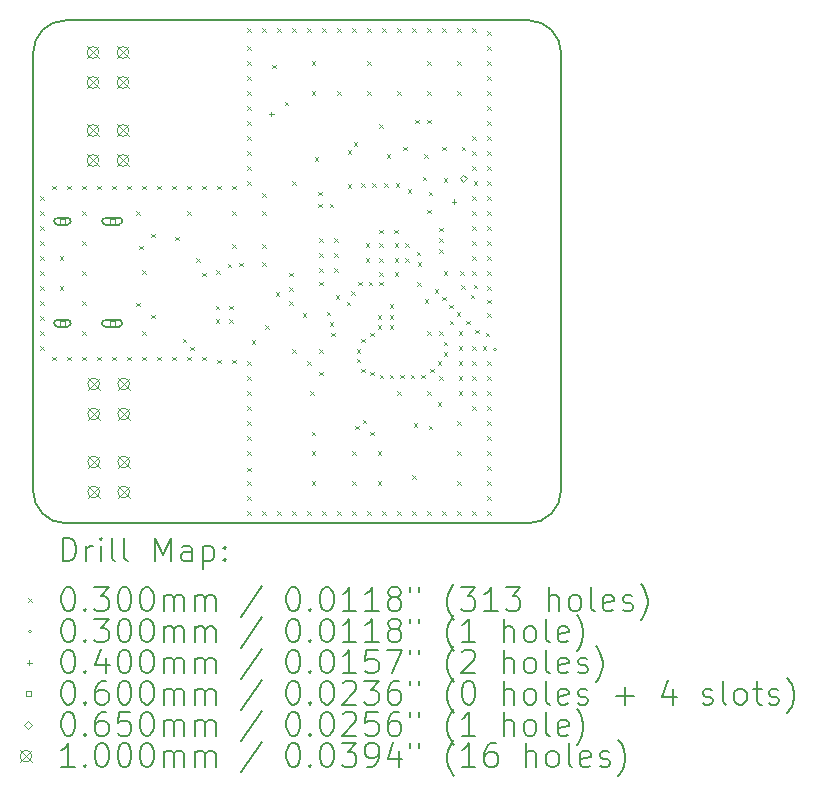
<source format=gbr>
%TF.GenerationSoftware,KiCad,Pcbnew,7.0.7*%
%TF.CreationDate,2024-02-05T14:32:24+01:00*%
%TF.ProjectId,esp-atx-power,6573702d-6174-4782-9d70-6f7765722e6b,1.0.1*%
%TF.SameCoordinates,PX6695f68PY7b6af88*%
%TF.FileFunction,Drillmap*%
%TF.FilePolarity,Positive*%
%FSLAX45Y45*%
G04 Gerber Fmt 4.5, Leading zero omitted, Abs format (unit mm)*
G04 Created by KiCad (PCBNEW 7.0.7) date 2024-02-05 14:32:24*
%MOMM*%
%LPD*%
G01*
G04 APERTURE LIST*
%ADD10C,0.200000*%
%ADD11C,0.030000*%
%ADD12C,0.040000*%
%ADD13C,0.060000*%
%ADD14C,0.065000*%
%ADD15C,0.100000*%
G04 APERTURE END LIST*
D10*
X4484504Y3980734D02*
G75*
G03*
X4205100Y4260134I-279404J-4D01*
G01*
X4203700Y0D02*
G75*
G03*
X4483100Y279400I0J279400D01*
G01*
X292100Y4260134D02*
X4205100Y4260134D01*
X12700Y279400D02*
G75*
G03*
X292100Y0I279400J0D01*
G01*
X4484500Y3980734D02*
X4483100Y279400D01*
X4203700Y0D02*
X292100Y0D01*
X12700Y279400D02*
X12700Y3980734D01*
X292100Y4260130D02*
G75*
G03*
X12700Y3980734I0J-279400D01*
G01*
D11*
X73900Y2770900D02*
X103900Y2740900D01*
X103900Y2770900D02*
X73900Y2740900D01*
X73900Y2643900D02*
X103900Y2613900D01*
X103900Y2643900D02*
X73900Y2613900D01*
X73900Y2516900D02*
X103900Y2486900D01*
X103900Y2516900D02*
X73900Y2486900D01*
X73900Y2389900D02*
X103900Y2359900D01*
X103900Y2389900D02*
X73900Y2359900D01*
X73900Y2262900D02*
X103900Y2232900D01*
X103900Y2262900D02*
X73900Y2232900D01*
X73900Y2135900D02*
X103900Y2105900D01*
X103900Y2135900D02*
X73900Y2105900D01*
X73900Y2008900D02*
X103900Y1978900D01*
X103900Y2008900D02*
X73900Y1978900D01*
X73900Y1881900D02*
X103900Y1851900D01*
X103900Y1881900D02*
X73900Y1851900D01*
X73900Y1754900D02*
X103900Y1724900D01*
X103900Y1754900D02*
X73900Y1724900D01*
X73900Y1627900D02*
X103900Y1597900D01*
X103900Y1627900D02*
X73900Y1597900D01*
X73900Y1500900D02*
X103900Y1470900D01*
X103900Y1500900D02*
X73900Y1470900D01*
X175500Y2859800D02*
X205500Y2829800D01*
X205500Y2859800D02*
X175500Y2829800D01*
X175500Y1412000D02*
X205500Y1382000D01*
X205500Y1412000D02*
X175500Y1382000D01*
X239000Y2262900D02*
X269000Y2232900D01*
X269000Y2262900D02*
X239000Y2232900D01*
X239000Y2008900D02*
X269000Y1978900D01*
X269000Y2008900D02*
X239000Y1978900D01*
X302500Y2859800D02*
X332500Y2829800D01*
X332500Y2859800D02*
X302500Y2829800D01*
X302500Y1412000D02*
X332500Y1382000D01*
X332500Y1412000D02*
X302500Y1382000D01*
X429500Y2859800D02*
X459500Y2829800D01*
X459500Y2859800D02*
X429500Y2829800D01*
X429500Y2643900D02*
X459500Y2613900D01*
X459500Y2643900D02*
X429500Y2613900D01*
X429500Y2389900D02*
X459500Y2359900D01*
X459500Y2389900D02*
X429500Y2359900D01*
X429500Y2135900D02*
X459500Y2105900D01*
X459500Y2135900D02*
X429500Y2105900D01*
X429500Y1881900D02*
X459500Y1851900D01*
X459500Y1881900D02*
X429500Y1851900D01*
X429500Y1627900D02*
X459500Y1597900D01*
X459500Y1627900D02*
X429500Y1597900D01*
X429500Y1412000D02*
X459500Y1382000D01*
X459500Y1412000D02*
X429500Y1382000D01*
X556500Y2859800D02*
X586500Y2829800D01*
X586500Y2859800D02*
X556500Y2829800D01*
X556500Y1412000D02*
X586500Y1382000D01*
X586500Y1412000D02*
X556500Y1382000D01*
X683500Y2859800D02*
X713500Y2829800D01*
X713500Y2859800D02*
X683500Y2829800D01*
X683500Y1412000D02*
X713500Y1382000D01*
X713500Y1412000D02*
X683500Y1382000D01*
X810500Y2859800D02*
X840500Y2829800D01*
X840500Y2859800D02*
X810500Y2829800D01*
X810500Y1412000D02*
X840500Y1382000D01*
X840500Y1412000D02*
X810500Y1382000D01*
X886700Y2643900D02*
X916700Y2613900D01*
X916700Y2643900D02*
X886700Y2613900D01*
X886700Y1869200D02*
X916700Y1839200D01*
X916700Y1869200D02*
X886700Y1839200D01*
X912100Y2351800D02*
X942100Y2321800D01*
X942100Y2351800D02*
X912100Y2321800D01*
X937500Y2859800D02*
X967500Y2829800D01*
X967500Y2859800D02*
X937500Y2829800D01*
X937500Y1627900D02*
X967500Y1597900D01*
X967500Y1627900D02*
X937500Y1597900D01*
X937500Y1412000D02*
X967500Y1382000D01*
X967500Y1412000D02*
X937500Y1382000D01*
X938900Y2142250D02*
X968900Y2112250D01*
X968900Y2142250D02*
X938900Y2112250D01*
X1013700Y2453400D02*
X1043700Y2423400D01*
X1043700Y2453400D02*
X1013700Y2423400D01*
X1013700Y1767600D02*
X1043700Y1737600D01*
X1043700Y1767600D02*
X1013700Y1737600D01*
X1064500Y2859800D02*
X1094500Y2829800D01*
X1094500Y2859800D02*
X1064500Y2829800D01*
X1064500Y1412000D02*
X1094500Y1382000D01*
X1094500Y1412000D02*
X1064500Y1382000D01*
X1191500Y2859800D02*
X1221500Y2829800D01*
X1221500Y2859800D02*
X1191500Y2829800D01*
X1191500Y1412000D02*
X1221500Y1382000D01*
X1221500Y1412000D02*
X1191500Y1382000D01*
X1216900Y2428000D02*
X1246900Y2398000D01*
X1246900Y2428000D02*
X1216900Y2398000D01*
X1280400Y1564400D02*
X1310400Y1534400D01*
X1310400Y1564400D02*
X1280400Y1534400D01*
X1318500Y2859800D02*
X1348500Y2829800D01*
X1348500Y2859800D02*
X1318500Y2829800D01*
X1318500Y2643900D02*
X1348500Y2613900D01*
X1348500Y2643900D02*
X1318500Y2613900D01*
X1318500Y1412000D02*
X1348500Y1382000D01*
X1348500Y1412000D02*
X1318500Y1382000D01*
X1345300Y1495250D02*
X1375300Y1465250D01*
X1375300Y1495250D02*
X1345300Y1465250D01*
X1394700Y2243850D02*
X1424700Y2213850D01*
X1424700Y2243850D02*
X1394700Y2213850D01*
X1445500Y2859800D02*
X1475500Y2829800D01*
X1475500Y2859800D02*
X1445500Y2829800D01*
X1445500Y2123200D02*
X1475500Y2093200D01*
X1475500Y2123200D02*
X1445500Y2093200D01*
X1445500Y1412000D02*
X1475500Y1382000D01*
X1475500Y1412000D02*
X1445500Y1382000D01*
X1559800Y1843800D02*
X1589800Y1813800D01*
X1589800Y1843800D02*
X1559800Y1813800D01*
X1559800Y1729500D02*
X1589800Y1699500D01*
X1589800Y1729500D02*
X1559800Y1699500D01*
X1566150Y2142250D02*
X1596150Y2112250D01*
X1596150Y2142250D02*
X1566150Y2112250D01*
X1572500Y2859800D02*
X1602500Y2829800D01*
X1602500Y2859800D02*
X1572500Y2829800D01*
X1572500Y1386600D02*
X1602500Y1356600D01*
X1602500Y1386600D02*
X1572500Y1356600D01*
X1661400Y2199400D02*
X1691400Y2169400D01*
X1691400Y2199400D02*
X1661400Y2169400D01*
X1674100Y1843800D02*
X1704100Y1813800D01*
X1704100Y1843800D02*
X1674100Y1813800D01*
X1674100Y1729500D02*
X1704100Y1699500D01*
X1704100Y1729500D02*
X1674100Y1699500D01*
X1699500Y2859800D02*
X1729500Y2829800D01*
X1729500Y2859800D02*
X1699500Y2829800D01*
X1699500Y2643900D02*
X1729500Y2613900D01*
X1729500Y2643900D02*
X1699500Y2613900D01*
X1699500Y2364500D02*
X1729500Y2334500D01*
X1729500Y2364500D02*
X1699500Y2334500D01*
X1699500Y1386600D02*
X1729500Y1356600D01*
X1729500Y1386600D02*
X1699500Y1356600D01*
X1756746Y2205654D02*
X1786746Y2175654D01*
X1786746Y2205654D02*
X1756746Y2175654D01*
X1826500Y4193300D02*
X1856500Y4163300D01*
X1856500Y4193300D02*
X1826500Y4163300D01*
X1826500Y4040900D02*
X1856500Y4010900D01*
X1856500Y4040900D02*
X1826500Y4010900D01*
X1826500Y3913900D02*
X1856500Y3883900D01*
X1856500Y3913900D02*
X1826500Y3883900D01*
X1826500Y3786900D02*
X1856500Y3756900D01*
X1856500Y3786900D02*
X1826500Y3756900D01*
X1826500Y3659900D02*
X1856500Y3629900D01*
X1856500Y3659900D02*
X1826500Y3629900D01*
X1826500Y3532900D02*
X1856500Y3502900D01*
X1856500Y3532900D02*
X1826500Y3502900D01*
X1826500Y3405900D02*
X1856500Y3375900D01*
X1856500Y3405900D02*
X1826500Y3375900D01*
X1826500Y3278900D02*
X1856500Y3248900D01*
X1856500Y3278900D02*
X1826500Y3248900D01*
X1826500Y3151900D02*
X1856500Y3121900D01*
X1856500Y3151900D02*
X1826500Y3121900D01*
X1826500Y3024900D02*
X1856500Y2994900D01*
X1856500Y3024900D02*
X1826500Y2994900D01*
X1826500Y2897900D02*
X1856500Y2867900D01*
X1856500Y2897900D02*
X1826500Y2867900D01*
X1826500Y1373900D02*
X1856500Y1343900D01*
X1856500Y1373900D02*
X1826500Y1343900D01*
X1826500Y1246900D02*
X1856500Y1216900D01*
X1856500Y1246900D02*
X1826500Y1216900D01*
X1826500Y1119900D02*
X1856500Y1089900D01*
X1856500Y1119900D02*
X1826500Y1089900D01*
X1826500Y992900D02*
X1856500Y962900D01*
X1856500Y992900D02*
X1826500Y962900D01*
X1826500Y865900D02*
X1856500Y835900D01*
X1856500Y865900D02*
X1826500Y835900D01*
X1826500Y738900D02*
X1856500Y708900D01*
X1856500Y738900D02*
X1826500Y708900D01*
X1826500Y611900D02*
X1856500Y581900D01*
X1856500Y611900D02*
X1826500Y581900D01*
X1826500Y472200D02*
X1856500Y442200D01*
X1856500Y472200D02*
X1826500Y442200D01*
X1826500Y357900D02*
X1856500Y327900D01*
X1856500Y357900D02*
X1826500Y327900D01*
X1826500Y230900D02*
X1856500Y200900D01*
X1856500Y230900D02*
X1826500Y200900D01*
X1826500Y103900D02*
X1856500Y73900D01*
X1856500Y103900D02*
X1826500Y73900D01*
X1864600Y1551700D02*
X1894600Y1521700D01*
X1894600Y1551700D02*
X1864600Y1521700D01*
X1953500Y4193300D02*
X1983500Y4163300D01*
X1983500Y4193300D02*
X1953500Y4163300D01*
X1953500Y2796300D02*
X1983500Y2766300D01*
X1983500Y2796300D02*
X1953500Y2766300D01*
X1953500Y2643900D02*
X1983500Y2613900D01*
X1983500Y2643900D02*
X1953500Y2613900D01*
X1953500Y2364500D02*
X1983500Y2334500D01*
X1983500Y2364500D02*
X1953500Y2334500D01*
X1953500Y2212100D02*
X1983500Y2182100D01*
X1983500Y2212100D02*
X1953500Y2182100D01*
X1953500Y103900D02*
X1983500Y73900D01*
X1983500Y103900D02*
X1953500Y73900D01*
X1978900Y1678700D02*
X2008900Y1648700D01*
X2008900Y1678700D02*
X1978900Y1648700D01*
X2036050Y3882150D02*
X2066050Y3852150D01*
X2066050Y3882150D02*
X2036050Y3852150D01*
X2067800Y1958100D02*
X2097800Y1928100D01*
X2097800Y1958100D02*
X2067800Y1928100D01*
X2080500Y4193300D02*
X2110500Y4163300D01*
X2110500Y4193300D02*
X2080500Y4163300D01*
X2080500Y103900D02*
X2110500Y73900D01*
X2110500Y103900D02*
X2080500Y73900D01*
X2144000Y3571000D02*
X2174000Y3541000D01*
X2174000Y3571000D02*
X2144000Y3541000D01*
X2182100Y2123200D02*
X2212100Y2093200D01*
X2212100Y2123200D02*
X2182100Y2093200D01*
X2182100Y1997600D02*
X2212100Y1967600D01*
X2212100Y1997600D02*
X2182100Y1967600D01*
X2182100Y1881900D02*
X2212100Y1851900D01*
X2212100Y1881900D02*
X2182100Y1851900D01*
X2207500Y4193300D02*
X2237500Y4163300D01*
X2237500Y4193300D02*
X2207500Y4163300D01*
X2207500Y2897900D02*
X2237500Y2867900D01*
X2237500Y2897900D02*
X2207500Y2867900D01*
X2207500Y1475500D02*
X2237500Y1445500D01*
X2237500Y1475500D02*
X2207500Y1445500D01*
X2207500Y103900D02*
X2237500Y73900D01*
X2237500Y103900D02*
X2207500Y73900D01*
X2296400Y1780300D02*
X2326400Y1750300D01*
X2326400Y1780300D02*
X2296400Y1750300D01*
X2334500Y4193300D02*
X2364500Y4163300D01*
X2364500Y4193300D02*
X2334500Y4163300D01*
X2334500Y1373900D02*
X2364500Y1343900D01*
X2364500Y1373900D02*
X2334500Y1343900D01*
X2334500Y103900D02*
X2364500Y73900D01*
X2364500Y103900D02*
X2334500Y73900D01*
X2359900Y1119900D02*
X2389900Y1089900D01*
X2389900Y1119900D02*
X2359900Y1089900D01*
X2372600Y3913900D02*
X2402600Y3883900D01*
X2402600Y3913900D02*
X2372600Y3883900D01*
X2372600Y3659900D02*
X2402600Y3629900D01*
X2402600Y3659900D02*
X2372600Y3629900D01*
X2372600Y777000D02*
X2402600Y747000D01*
X2402600Y777000D02*
X2372600Y747000D01*
X2372600Y611900D02*
X2402600Y581900D01*
X2402600Y611900D02*
X2372600Y581900D01*
X2372600Y357900D02*
X2402600Y327900D01*
X2402600Y357900D02*
X2372600Y327900D01*
X2398000Y3101100D02*
X2428000Y3071100D01*
X2428000Y3101100D02*
X2398000Y3071100D01*
X2428000Y2809000D02*
X2458000Y2779000D01*
X2458000Y2809000D02*
X2428000Y2779000D01*
X2428000Y2707400D02*
X2458000Y2677400D01*
X2458000Y2707400D02*
X2428000Y2677400D01*
X2436100Y2415300D02*
X2466100Y2385300D01*
X2466100Y2415300D02*
X2436100Y2385300D01*
X2436100Y2288300D02*
X2466100Y2258300D01*
X2466100Y2288300D02*
X2436100Y2258300D01*
X2436100Y2161300D02*
X2466100Y2131300D01*
X2466100Y2161300D02*
X2436100Y2131300D01*
X2436100Y2047000D02*
X2466100Y2017000D01*
X2466100Y2047000D02*
X2436100Y2017000D01*
X2436100Y1475500D02*
X2466100Y1445500D01*
X2466100Y1475500D02*
X2436100Y1445500D01*
X2436100Y1285000D02*
X2466100Y1255000D01*
X2466100Y1285000D02*
X2436100Y1255000D01*
X2461500Y4193300D02*
X2491500Y4163300D01*
X2491500Y4193300D02*
X2461500Y4163300D01*
X2461500Y103900D02*
X2491500Y73900D01*
X2491500Y103900D02*
X2461500Y73900D01*
X2499600Y1793000D02*
X2529600Y1763000D01*
X2529600Y1793000D02*
X2499600Y1763000D01*
X2525000Y2707400D02*
X2555000Y2677400D01*
X2555000Y2707400D02*
X2525000Y2677400D01*
X2525000Y1704100D02*
X2555000Y1674100D01*
X2555000Y1704100D02*
X2525000Y1674100D01*
X2537700Y1615200D02*
X2567700Y1585200D01*
X2567700Y1615200D02*
X2537700Y1585200D01*
X2563100Y2415300D02*
X2593100Y2385300D01*
X2593100Y2415300D02*
X2563100Y2385300D01*
X2563100Y2288300D02*
X2593100Y2258300D01*
X2593100Y2288300D02*
X2563100Y2258300D01*
X2563100Y2161300D02*
X2593100Y2131300D01*
X2593100Y2161300D02*
X2563100Y2131300D01*
X2575800Y1932700D02*
X2605800Y1902700D01*
X2605800Y1932700D02*
X2575800Y1902700D01*
X2588500Y4193300D02*
X2618500Y4163300D01*
X2618500Y4193300D02*
X2588500Y4163300D01*
X2588500Y3659900D02*
X2618500Y3629900D01*
X2618500Y3659900D02*
X2588500Y3629900D01*
X2588500Y103900D02*
X2618500Y73900D01*
X2618500Y103900D02*
X2588500Y73900D01*
X2670875Y1875375D02*
X2700875Y1845375D01*
X2700875Y1875375D02*
X2670875Y1845375D01*
X2677400Y3158500D02*
X2707400Y3128500D01*
X2707400Y3158500D02*
X2677400Y3128500D01*
X2677400Y2872500D02*
X2707400Y2842500D01*
X2707400Y2872500D02*
X2677400Y2842500D01*
X2707400Y1964450D02*
X2737400Y1934450D01*
X2737400Y1964450D02*
X2707400Y1934450D01*
X2715500Y4193300D02*
X2745500Y4163300D01*
X2745500Y4193300D02*
X2715500Y4163300D01*
X2715500Y611900D02*
X2745500Y581900D01*
X2745500Y611900D02*
X2715500Y581900D01*
X2715500Y357900D02*
X2745500Y327900D01*
X2745500Y357900D02*
X2715500Y327900D01*
X2715500Y103900D02*
X2745500Y73900D01*
X2745500Y103900D02*
X2715500Y73900D01*
X2728200Y3228100D02*
X2758200Y3198100D01*
X2758200Y3228100D02*
X2728200Y3198100D01*
X2740900Y827800D02*
X2770900Y797800D01*
X2770900Y827800D02*
X2740900Y797800D01*
X2753600Y1475500D02*
X2783600Y1445500D01*
X2783600Y1475500D02*
X2753600Y1445500D01*
X2753600Y1392950D02*
X2783600Y1362950D01*
X2783600Y1392950D02*
X2753600Y1362950D01*
X2766300Y2047000D02*
X2796300Y2017000D01*
X2796300Y2047000D02*
X2766300Y2017000D01*
X2791700Y1564400D02*
X2821700Y1534400D01*
X2821700Y1564400D02*
X2791700Y1534400D01*
X2791700Y1310400D02*
X2821700Y1280400D01*
X2821700Y1310400D02*
X2791700Y1280400D01*
X2793500Y2878850D02*
X2823500Y2848850D01*
X2823500Y2878850D02*
X2793500Y2848850D01*
X2804400Y878600D02*
X2834400Y848600D01*
X2834400Y878600D02*
X2804400Y848600D01*
X2829800Y2370850D02*
X2859800Y2340850D01*
X2859800Y2370850D02*
X2829800Y2340850D01*
X2829800Y2243850D02*
X2859800Y2213850D01*
X2859800Y2243850D02*
X2829800Y2213850D01*
X2842500Y4193300D02*
X2872500Y4163300D01*
X2872500Y4193300D02*
X2842500Y4163300D01*
X2842500Y3913900D02*
X2872500Y3883900D01*
X2872500Y3913900D02*
X2842500Y3883900D01*
X2842500Y3659900D02*
X2872500Y3629900D01*
X2872500Y3659900D02*
X2842500Y3629900D01*
X2842500Y103900D02*
X2872500Y73900D01*
X2872500Y103900D02*
X2842500Y73900D01*
X2855200Y2047000D02*
X2885200Y2017000D01*
X2885200Y2047000D02*
X2855200Y2017000D01*
X2867900Y1615200D02*
X2897900Y1585200D01*
X2897900Y1615200D02*
X2867900Y1585200D01*
X2867900Y1285000D02*
X2897900Y1255000D01*
X2897900Y1285000D02*
X2867900Y1255000D01*
X2867900Y777000D02*
X2897900Y747000D01*
X2897900Y777000D02*
X2867900Y747000D01*
X2885200Y2878850D02*
X2915200Y2848850D01*
X2915200Y2878850D02*
X2885200Y2848850D01*
X2931400Y1761250D02*
X2961400Y1731250D01*
X2961400Y1761250D02*
X2931400Y1731250D01*
X2931400Y1678700D02*
X2961400Y1648700D01*
X2961400Y1678700D02*
X2931400Y1648700D01*
X2931400Y611900D02*
X2961400Y581900D01*
X2961400Y611900D02*
X2931400Y581900D01*
X2931400Y357900D02*
X2961400Y327900D01*
X2961400Y357900D02*
X2931400Y327900D01*
X2942600Y2486300D02*
X2972600Y2456300D01*
X2972600Y2486300D02*
X2942600Y2456300D01*
X2942600Y2370850D02*
X2972600Y2340850D01*
X2972600Y2370850D02*
X2942600Y2340850D01*
X2942600Y2243850D02*
X2972600Y2213850D01*
X2972600Y2243850D02*
X2942600Y2213850D01*
X2942600Y2128300D02*
X2972600Y2098300D01*
X2972600Y2128300D02*
X2942600Y2098300D01*
X2944100Y3380500D02*
X2974100Y3350500D01*
X2974100Y3380500D02*
X2944100Y3350500D01*
X2944100Y2047000D02*
X2974100Y2017000D01*
X2974100Y2047000D02*
X2944100Y2017000D01*
X2948700Y1259548D02*
X2978700Y1229548D01*
X2978700Y1259548D02*
X2948700Y1229548D01*
X2969500Y4193300D02*
X2999500Y4163300D01*
X2999500Y4193300D02*
X2969500Y4163300D01*
X2969500Y103900D02*
X2999500Y73900D01*
X2999500Y103900D02*
X2969500Y73900D01*
X2986800Y2878850D02*
X3016800Y2848850D01*
X3016800Y2878850D02*
X2986800Y2848850D01*
X3007600Y3126500D02*
X3037600Y3096500D01*
X3037600Y3126500D02*
X3007600Y3096500D01*
X3033000Y1856500D02*
X3063000Y1826500D01*
X3063000Y1856500D02*
X3033000Y1826500D01*
X3033000Y1761250D02*
X3063000Y1731250D01*
X3063000Y1761250D02*
X3033000Y1731250D01*
X3033000Y1678700D02*
X3063000Y1648700D01*
X3063000Y1678700D02*
X3033000Y1648700D01*
X3033000Y1259600D02*
X3063000Y1229600D01*
X3063000Y1259600D02*
X3033000Y1229600D01*
X3071100Y2486300D02*
X3101100Y2456300D01*
X3101100Y2486300D02*
X3071100Y2456300D01*
X3075700Y2370850D02*
X3105700Y2340850D01*
X3105700Y2370850D02*
X3075700Y2340850D01*
X3075700Y2243850D02*
X3105700Y2213850D01*
X3105700Y2243850D02*
X3075700Y2213850D01*
X3075700Y2128300D02*
X3105700Y2098300D01*
X3105700Y2128300D02*
X3075700Y2098300D01*
X3085600Y2878850D02*
X3115600Y2848850D01*
X3115600Y2878850D02*
X3085600Y2848850D01*
X3096500Y4193300D02*
X3126500Y4163300D01*
X3126500Y4193300D02*
X3096500Y4163300D01*
X3096500Y3659900D02*
X3126500Y3629900D01*
X3126500Y3659900D02*
X3096500Y3629900D01*
X3096500Y1119900D02*
X3126500Y1089900D01*
X3126500Y1119900D02*
X3096500Y1089900D01*
X3096500Y103900D02*
X3126500Y73900D01*
X3126500Y103900D02*
X3096500Y73900D01*
X3121900Y1259600D02*
X3151900Y1229600D01*
X3151900Y1259600D02*
X3121900Y1229600D01*
X3147300Y3190000D02*
X3177300Y3160000D01*
X3177300Y3190000D02*
X3147300Y3160000D01*
X3163100Y2370850D02*
X3193100Y2340850D01*
X3193100Y2370850D02*
X3163100Y2340850D01*
X3163100Y2243850D02*
X3193100Y2213850D01*
X3193100Y2243850D02*
X3163100Y2213850D01*
X3185400Y2828050D02*
X3215400Y2798050D01*
X3215400Y2828050D02*
X3185400Y2798050D01*
X3210800Y1259600D02*
X3240800Y1229600D01*
X3240800Y1259600D02*
X3210800Y1229600D01*
X3223500Y4193300D02*
X3253500Y4163300D01*
X3253500Y4193300D02*
X3223500Y4163300D01*
X3223500Y408700D02*
X3253500Y378700D01*
X3253500Y408700D02*
X3223500Y378700D01*
X3223500Y103900D02*
X3253500Y73900D01*
X3253500Y103900D02*
X3223500Y73900D01*
X3236200Y846700D02*
X3266200Y816700D01*
X3266200Y846700D02*
X3236200Y816700D01*
X3248900Y3418600D02*
X3278900Y3388600D01*
X3278900Y3418600D02*
X3248900Y3388600D01*
X3261600Y2301000D02*
X3291600Y2271000D01*
X3291600Y2301000D02*
X3261600Y2271000D01*
X3266200Y2040650D02*
X3296200Y2010650D01*
X3296200Y2040650D02*
X3266200Y2010650D01*
X3271013Y2212100D02*
X3301013Y2182100D01*
X3301013Y2212100D02*
X3271013Y2182100D01*
X3299700Y1259600D02*
X3329700Y1229600D01*
X3329700Y1259600D02*
X3299700Y1229600D01*
X3312400Y2936000D02*
X3342400Y2906000D01*
X3342400Y2936000D02*
X3312400Y2906000D01*
X3325100Y3126500D02*
X3355100Y3096500D01*
X3355100Y3126500D02*
X3325100Y3096500D01*
X3329700Y1898150D02*
X3359700Y1868150D01*
X3359700Y1898150D02*
X3329700Y1868150D01*
X3350500Y4193300D02*
X3380500Y4163300D01*
X3380500Y4193300D02*
X3350500Y4163300D01*
X3350500Y3913900D02*
X3380500Y3883900D01*
X3380500Y3913900D02*
X3350500Y3883900D01*
X3350500Y3659900D02*
X3380500Y3629900D01*
X3380500Y3659900D02*
X3350500Y3629900D01*
X3350500Y3418600D02*
X3380500Y3388600D01*
X3380500Y3418600D02*
X3350500Y3388600D01*
X3350500Y2656600D02*
X3380500Y2626600D01*
X3380500Y2656600D02*
X3350500Y2626600D01*
X3350500Y1627900D02*
X3380500Y1597900D01*
X3380500Y1627900D02*
X3350500Y1597900D01*
X3350500Y1119900D02*
X3380500Y1089900D01*
X3380500Y1119900D02*
X3350500Y1089900D01*
X3350500Y103900D02*
X3380500Y73900D01*
X3380500Y103900D02*
X3350500Y73900D01*
X3363200Y2809000D02*
X3393200Y2779000D01*
X3393200Y2809000D02*
X3363200Y2779000D01*
X3363200Y827800D02*
X3393200Y797800D01*
X3393200Y827800D02*
X3363200Y797800D01*
X3375900Y1310400D02*
X3405900Y1280400D01*
X3405900Y1310400D02*
X3375900Y1280400D01*
X3414000Y1983500D02*
X3444000Y1953500D01*
X3444000Y1983500D02*
X3414000Y1953500D01*
X3439400Y1373900D02*
X3469400Y1343900D01*
X3469400Y1373900D02*
X3439400Y1343900D01*
X3439400Y1024700D02*
X3469400Y994700D01*
X3469400Y1024700D02*
X3439400Y994700D01*
X3452100Y2504200D02*
X3482100Y2474200D01*
X3482100Y2504200D02*
X3452100Y2474200D01*
X3452100Y2415300D02*
X3482100Y2385300D01*
X3482100Y2415300D02*
X3452100Y2385300D01*
X3452100Y2320050D02*
X3482100Y2290050D01*
X3482100Y2320050D02*
X3452100Y2290050D01*
X3452100Y1627900D02*
X3482100Y1597900D01*
X3482100Y1627900D02*
X3452100Y1597900D01*
X3452100Y1246900D02*
X3482100Y1216900D01*
X3482100Y1246900D02*
X3452100Y1216900D01*
X3476859Y1918681D02*
X3506859Y1888681D01*
X3506859Y1918681D02*
X3476859Y1888681D01*
X3477500Y4193300D02*
X3507500Y4163300D01*
X3507500Y4193300D02*
X3477500Y4163300D01*
X3477500Y3190000D02*
X3507500Y3160000D01*
X3507500Y3190000D02*
X3477500Y3160000D01*
X3477500Y103900D02*
X3507500Y73900D01*
X3507500Y103900D02*
X3477500Y73900D01*
X3490200Y2923300D02*
X3520200Y2893300D01*
X3520200Y2923300D02*
X3490200Y2893300D01*
X3490200Y2135900D02*
X3520200Y2105900D01*
X3520200Y2135900D02*
X3490200Y2105900D01*
X3490200Y1539000D02*
X3520200Y1509000D01*
X3520200Y1539000D02*
X3490200Y1509000D01*
X3490200Y1450100D02*
X3520200Y1420100D01*
X3520200Y1450100D02*
X3490200Y1420100D01*
X3538951Y1852759D02*
X3568951Y1822759D01*
X3568951Y1852759D02*
X3538951Y1822759D01*
X3541000Y1716800D02*
X3571000Y1686800D01*
X3571000Y1716800D02*
X3541000Y1686800D01*
X3601150Y1788084D02*
X3631150Y1758084D01*
X3631150Y1788084D02*
X3601150Y1758084D01*
X3604500Y4193300D02*
X3634500Y4163300D01*
X3634500Y4193300D02*
X3604500Y4163300D01*
X3604500Y3913900D02*
X3634500Y3883900D01*
X3634500Y3913900D02*
X3604500Y3883900D01*
X3604500Y3659900D02*
X3634500Y3629900D01*
X3634500Y3659900D02*
X3604500Y3629900D01*
X3604500Y865900D02*
X3634500Y835900D01*
X3634500Y865900D02*
X3604500Y835900D01*
X3604500Y611900D02*
X3634500Y581900D01*
X3634500Y611900D02*
X3604500Y581900D01*
X3604500Y357900D02*
X3634500Y327900D01*
X3634500Y357900D02*
X3604500Y327900D01*
X3604500Y103900D02*
X3634500Y73900D01*
X3634500Y103900D02*
X3604500Y73900D01*
X3617200Y1627900D02*
X3647200Y1597900D01*
X3647200Y1627900D02*
X3617200Y1597900D01*
X3617200Y1500900D02*
X3647200Y1470900D01*
X3647200Y1500900D02*
X3617200Y1470900D01*
X3617200Y1373900D02*
X3647200Y1343900D01*
X3647200Y1373900D02*
X3617200Y1343900D01*
X3617200Y1246900D02*
X3647200Y1216900D01*
X3647200Y1246900D02*
X3617200Y1216900D01*
X3617200Y1119900D02*
X3647200Y1089900D01*
X3647200Y1119900D02*
X3617200Y1089900D01*
X3629900Y2135900D02*
X3659900Y2105900D01*
X3659900Y2135900D02*
X3629900Y2105900D01*
X3637736Y2016736D02*
X3667736Y1986736D01*
X3667736Y2016736D02*
X3637736Y1986736D01*
X3642600Y3190000D02*
X3672600Y3160000D01*
X3672600Y3190000D02*
X3642600Y3160000D01*
X3679701Y1714758D02*
X3709701Y1684758D01*
X3709701Y1714758D02*
X3679701Y1684758D01*
X3720286Y1934186D02*
X3750286Y1904186D01*
X3750286Y1934186D02*
X3720286Y1904186D01*
X3731500Y4193300D02*
X3761500Y4163300D01*
X3761500Y4193300D02*
X3731500Y4163300D01*
X3731500Y3278900D02*
X3761500Y3248900D01*
X3761500Y3278900D02*
X3731500Y3248900D01*
X3731500Y3151900D02*
X3761500Y3121900D01*
X3761500Y3151900D02*
X3731500Y3121900D01*
X3731500Y3024900D02*
X3761500Y2994900D01*
X3761500Y3024900D02*
X3731500Y2994900D01*
X3731500Y2770900D02*
X3761500Y2740900D01*
X3761500Y2770900D02*
X3731500Y2740900D01*
X3731500Y2643900D02*
X3761500Y2613900D01*
X3761500Y2643900D02*
X3731500Y2613900D01*
X3731500Y2516900D02*
X3761500Y2486900D01*
X3761500Y2516900D02*
X3731500Y2486900D01*
X3731500Y2389900D02*
X3761500Y2359900D01*
X3761500Y2389900D02*
X3731500Y2359900D01*
X3731500Y2262900D02*
X3761500Y2232900D01*
X3761500Y2262900D02*
X3731500Y2232900D01*
X3731500Y2135900D02*
X3761500Y2105900D01*
X3761500Y2135900D02*
X3731500Y2105900D01*
X3731500Y1500900D02*
X3761500Y1470900D01*
X3761500Y1500900D02*
X3731500Y1470900D01*
X3731500Y1373900D02*
X3761500Y1343900D01*
X3761500Y1373900D02*
X3731500Y1343900D01*
X3731500Y1246900D02*
X3761500Y1216900D01*
X3761500Y1246900D02*
X3731500Y1216900D01*
X3731500Y1119900D02*
X3761500Y1089900D01*
X3761500Y1119900D02*
X3731500Y1089900D01*
X3731500Y992900D02*
X3761500Y962900D01*
X3761500Y992900D02*
X3731500Y962900D01*
X3731500Y103900D02*
X3761500Y73900D01*
X3761500Y103900D02*
X3731500Y73900D01*
X3744200Y2897900D02*
X3774200Y2867900D01*
X3774200Y2897900D02*
X3744200Y2867900D01*
X3744200Y2021600D02*
X3774200Y1991600D01*
X3774200Y2021600D02*
X3744200Y1991600D01*
X3756900Y1640600D02*
X3786900Y1610600D01*
X3786900Y1640600D02*
X3756900Y1610600D01*
X3820400Y1500900D02*
X3850400Y1470900D01*
X3850400Y1500900D02*
X3820400Y1470900D01*
X3845800Y1615200D02*
X3875800Y1585200D01*
X3875800Y1615200D02*
X3845800Y1585200D01*
X3858500Y4167900D02*
X3888500Y4137900D01*
X3888500Y4167900D02*
X3858500Y4137900D01*
X3858500Y4040900D02*
X3888500Y4010900D01*
X3888500Y4040900D02*
X3858500Y4010900D01*
X3858500Y3913900D02*
X3888500Y3883900D01*
X3888500Y3913900D02*
X3858500Y3883900D01*
X3858500Y3786900D02*
X3888500Y3756900D01*
X3888500Y3786900D02*
X3858500Y3756900D01*
X3858500Y3659900D02*
X3888500Y3629900D01*
X3888500Y3659900D02*
X3858500Y3629900D01*
X3858500Y3532900D02*
X3888500Y3502900D01*
X3888500Y3532900D02*
X3858500Y3502900D01*
X3858500Y3405900D02*
X3888500Y3375900D01*
X3888500Y3405900D02*
X3858500Y3375900D01*
X3858500Y3278900D02*
X3888500Y3248900D01*
X3888500Y3278900D02*
X3858500Y3248900D01*
X3858500Y3151900D02*
X3888500Y3121900D01*
X3888500Y3151900D02*
X3858500Y3121900D01*
X3858500Y3024900D02*
X3888500Y2994900D01*
X3888500Y3024900D02*
X3858500Y2994900D01*
X3858500Y2897900D02*
X3888500Y2867900D01*
X3888500Y2897900D02*
X3858500Y2867900D01*
X3858500Y2770900D02*
X3888500Y2740900D01*
X3888500Y2770900D02*
X3858500Y2740900D01*
X3858500Y2643900D02*
X3888500Y2613900D01*
X3888500Y2643900D02*
X3858500Y2613900D01*
X3858500Y2516900D02*
X3888500Y2486900D01*
X3888500Y2516900D02*
X3858500Y2486900D01*
X3858500Y2389900D02*
X3888500Y2359900D01*
X3888500Y2389900D02*
X3858500Y2359900D01*
X3858500Y2262900D02*
X3888500Y2232900D01*
X3888500Y2262900D02*
X3858500Y2232900D01*
X3858500Y2135900D02*
X3888500Y2105900D01*
X3888500Y2135900D02*
X3858500Y2105900D01*
X3858500Y2008900D02*
X3888500Y1978900D01*
X3888500Y2008900D02*
X3858500Y1978900D01*
X3858500Y1894600D02*
X3888500Y1864600D01*
X3888500Y1894600D02*
X3858500Y1864600D01*
X3858500Y1780300D02*
X3888500Y1750300D01*
X3888500Y1780300D02*
X3858500Y1750300D01*
X3858500Y1373900D02*
X3888500Y1343900D01*
X3888500Y1373900D02*
X3858500Y1343900D01*
X3858500Y1246900D02*
X3888500Y1216900D01*
X3888500Y1246900D02*
X3858500Y1216900D01*
X3858500Y1119900D02*
X3888500Y1089900D01*
X3888500Y1119900D02*
X3858500Y1089900D01*
X3858500Y992900D02*
X3888500Y962900D01*
X3888500Y992900D02*
X3858500Y962900D01*
X3858500Y865900D02*
X3888500Y835900D01*
X3888500Y865900D02*
X3858500Y835900D01*
X3858500Y738900D02*
X3888500Y708900D01*
X3888500Y738900D02*
X3858500Y708900D01*
X3858500Y611900D02*
X3888500Y581900D01*
X3888500Y611900D02*
X3858500Y581900D01*
X3858500Y484900D02*
X3888500Y454900D01*
X3888500Y484900D02*
X3858500Y454900D01*
X3858500Y357900D02*
X3888500Y327900D01*
X3888500Y357900D02*
X3858500Y327900D01*
X3858500Y230900D02*
X3888500Y200900D01*
X3888500Y230900D02*
X3858500Y200900D01*
X3858500Y103900D02*
X3888500Y73900D01*
X3888500Y103900D02*
X3858500Y73900D01*
X3939300Y1470800D02*
G75*
G03*
X3939300Y1470800I-15000J0D01*
G01*
D12*
X2032000Y3487100D02*
X2032000Y3447100D01*
X2012000Y3467100D02*
X2052000Y3467100D01*
X3577300Y2744150D02*
X3577300Y2704150D01*
X3557300Y2724150D02*
X3597300Y2724150D01*
D13*
X283413Y2538037D02*
X283413Y2580463D01*
X240987Y2580463D01*
X240987Y2538037D01*
X283413Y2538037D01*
D10*
X302200Y2589250D02*
X222200Y2589250D01*
X222200Y2589250D02*
G75*
G03*
X222200Y2529250I0J-30000D01*
G01*
X222200Y2529250D02*
X302200Y2529250D01*
X302200Y2529250D02*
G75*
G03*
X302200Y2589250I0J30000D01*
G01*
D13*
X283413Y1674037D02*
X283413Y1716463D01*
X240987Y1716463D01*
X240987Y1674037D01*
X283413Y1674037D01*
D10*
X302200Y1725250D02*
X222200Y1725250D01*
X222200Y1725250D02*
G75*
G03*
X222200Y1665250I0J-30000D01*
G01*
X222200Y1665250D02*
X302200Y1665250D01*
X302200Y1665250D02*
G75*
G03*
X302200Y1725250I0J30000D01*
G01*
D13*
X703413Y2538037D02*
X703413Y2580463D01*
X660987Y2580463D01*
X660987Y2538037D01*
X703413Y2538037D01*
D10*
X737200Y2589250D02*
X627200Y2589250D01*
X627200Y2589250D02*
G75*
G03*
X627200Y2529250I0J-30000D01*
G01*
X627200Y2529250D02*
X737200Y2529250D01*
X737200Y2529250D02*
G75*
G03*
X737200Y2589250I0J30000D01*
G01*
D13*
X703413Y1674037D02*
X703413Y1716463D01*
X660987Y1716463D01*
X660987Y1674037D01*
X703413Y1674037D01*
D10*
X737200Y1725250D02*
X627200Y1725250D01*
X627200Y1725250D02*
G75*
G03*
X627200Y1665250I0J-30000D01*
G01*
X627200Y1665250D02*
X737200Y1665250D01*
X737200Y1665250D02*
G75*
G03*
X737200Y1725250I0J30000D01*
G01*
D14*
X3657600Y2888500D02*
X3690100Y2921000D01*
X3657600Y2953500D01*
X3625100Y2921000D01*
X3657600Y2888500D01*
D15*
X470700Y4037800D02*
X570700Y3937800D01*
X570700Y4037800D02*
X470700Y3937800D01*
X570700Y3987800D02*
G75*
G03*
X570700Y3987800I-50000J0D01*
G01*
X470700Y3783800D02*
X570700Y3683800D01*
X570700Y3783800D02*
X470700Y3683800D01*
X570700Y3733800D02*
G75*
G03*
X570700Y3733800I-50000J0D01*
G01*
X470700Y3377400D02*
X570700Y3277400D01*
X570700Y3377400D02*
X470700Y3277400D01*
X570700Y3327400D02*
G75*
G03*
X570700Y3327400I-50000J0D01*
G01*
X470700Y3123400D02*
X570700Y3023400D01*
X570700Y3123400D02*
X470700Y3023400D01*
X570700Y3073400D02*
G75*
G03*
X570700Y3073400I-50000J0D01*
G01*
X476900Y1230600D02*
X576900Y1130600D01*
X576900Y1230600D02*
X476900Y1130600D01*
X576900Y1180600D02*
G75*
G03*
X576900Y1180600I-50000J0D01*
G01*
X476900Y976600D02*
X576900Y876600D01*
X576900Y976600D02*
X476900Y876600D01*
X576900Y926600D02*
G75*
G03*
X576900Y926600I-50000J0D01*
G01*
X476900Y570200D02*
X576900Y470200D01*
X576900Y570200D02*
X476900Y470200D01*
X576900Y520200D02*
G75*
G03*
X576900Y520200I-50000J0D01*
G01*
X476900Y316200D02*
X576900Y216200D01*
X576900Y316200D02*
X476900Y216200D01*
X576900Y266200D02*
G75*
G03*
X576900Y266200I-50000J0D01*
G01*
X724700Y4037800D02*
X824700Y3937800D01*
X824700Y4037800D02*
X724700Y3937800D01*
X824700Y3987800D02*
G75*
G03*
X824700Y3987800I-50000J0D01*
G01*
X724700Y3783800D02*
X824700Y3683800D01*
X824700Y3783800D02*
X724700Y3683800D01*
X824700Y3733800D02*
G75*
G03*
X824700Y3733800I-50000J0D01*
G01*
X724700Y3377400D02*
X824700Y3277400D01*
X824700Y3377400D02*
X724700Y3277400D01*
X824700Y3327400D02*
G75*
G03*
X824700Y3327400I-50000J0D01*
G01*
X724700Y3123400D02*
X824700Y3023400D01*
X824700Y3123400D02*
X724700Y3023400D01*
X824700Y3073400D02*
G75*
G03*
X824700Y3073400I-50000J0D01*
G01*
X730900Y1230600D02*
X830900Y1130600D01*
X830900Y1230600D02*
X730900Y1130600D01*
X830900Y1180600D02*
G75*
G03*
X830900Y1180600I-50000J0D01*
G01*
X730900Y976600D02*
X830900Y876600D01*
X830900Y976600D02*
X730900Y876600D01*
X830900Y926600D02*
G75*
G03*
X830900Y926600I-50000J0D01*
G01*
X730900Y570200D02*
X830900Y470200D01*
X830900Y570200D02*
X730900Y470200D01*
X830900Y520200D02*
G75*
G03*
X830900Y520200I-50000J0D01*
G01*
X730900Y316200D02*
X830900Y216200D01*
X830900Y316200D02*
X730900Y216200D01*
X830900Y266200D02*
G75*
G03*
X830900Y266200I-50000J0D01*
G01*
D10*
X263477Y-321484D02*
X263477Y-121484D01*
X263477Y-121484D02*
X311096Y-121484D01*
X311096Y-121484D02*
X339667Y-131008D01*
X339667Y-131008D02*
X358715Y-150055D01*
X358715Y-150055D02*
X368239Y-169103D01*
X368239Y-169103D02*
X377762Y-207198D01*
X377762Y-207198D02*
X377762Y-235769D01*
X377762Y-235769D02*
X368239Y-273865D01*
X368239Y-273865D02*
X358715Y-292912D01*
X358715Y-292912D02*
X339667Y-311960D01*
X339667Y-311960D02*
X311096Y-321484D01*
X311096Y-321484D02*
X263477Y-321484D01*
X463477Y-321484D02*
X463477Y-188150D01*
X463477Y-226246D02*
X473001Y-207198D01*
X473001Y-207198D02*
X482524Y-197674D01*
X482524Y-197674D02*
X501572Y-188150D01*
X501572Y-188150D02*
X520620Y-188150D01*
X587286Y-321484D02*
X587286Y-188150D01*
X587286Y-121484D02*
X577763Y-131008D01*
X577763Y-131008D02*
X587286Y-140531D01*
X587286Y-140531D02*
X596810Y-131008D01*
X596810Y-131008D02*
X587286Y-121484D01*
X587286Y-121484D02*
X587286Y-140531D01*
X711096Y-321484D02*
X692048Y-311960D01*
X692048Y-311960D02*
X682524Y-292912D01*
X682524Y-292912D02*
X682524Y-121484D01*
X815858Y-321484D02*
X796810Y-311960D01*
X796810Y-311960D02*
X787286Y-292912D01*
X787286Y-292912D02*
X787286Y-121484D01*
X1044429Y-321484D02*
X1044429Y-121484D01*
X1044429Y-121484D02*
X1111096Y-264341D01*
X1111096Y-264341D02*
X1177763Y-121484D01*
X1177763Y-121484D02*
X1177763Y-321484D01*
X1358715Y-321484D02*
X1358715Y-216722D01*
X1358715Y-216722D02*
X1349191Y-197674D01*
X1349191Y-197674D02*
X1330144Y-188150D01*
X1330144Y-188150D02*
X1292048Y-188150D01*
X1292048Y-188150D02*
X1273001Y-197674D01*
X1358715Y-311960D02*
X1339667Y-321484D01*
X1339667Y-321484D02*
X1292048Y-321484D01*
X1292048Y-321484D02*
X1273001Y-311960D01*
X1273001Y-311960D02*
X1263477Y-292912D01*
X1263477Y-292912D02*
X1263477Y-273865D01*
X1263477Y-273865D02*
X1273001Y-254817D01*
X1273001Y-254817D02*
X1292048Y-245293D01*
X1292048Y-245293D02*
X1339667Y-245293D01*
X1339667Y-245293D02*
X1358715Y-235769D01*
X1453953Y-188150D02*
X1453953Y-388150D01*
X1453953Y-197674D02*
X1473001Y-188150D01*
X1473001Y-188150D02*
X1511096Y-188150D01*
X1511096Y-188150D02*
X1530143Y-197674D01*
X1530143Y-197674D02*
X1539667Y-207198D01*
X1539667Y-207198D02*
X1549191Y-226246D01*
X1549191Y-226246D02*
X1549191Y-283389D01*
X1549191Y-283389D02*
X1539667Y-302436D01*
X1539667Y-302436D02*
X1530143Y-311960D01*
X1530143Y-311960D02*
X1511096Y-321484D01*
X1511096Y-321484D02*
X1473001Y-321484D01*
X1473001Y-321484D02*
X1453953Y-311960D01*
X1634905Y-302436D02*
X1644429Y-311960D01*
X1644429Y-311960D02*
X1634905Y-321484D01*
X1634905Y-321484D02*
X1625382Y-311960D01*
X1625382Y-311960D02*
X1634905Y-302436D01*
X1634905Y-302436D02*
X1634905Y-321484D01*
X1634905Y-197674D02*
X1644429Y-207198D01*
X1644429Y-207198D02*
X1634905Y-216722D01*
X1634905Y-216722D02*
X1625382Y-207198D01*
X1625382Y-207198D02*
X1634905Y-197674D01*
X1634905Y-197674D02*
X1634905Y-216722D01*
D11*
X-27300Y-635000D02*
X2700Y-665000D01*
X2700Y-635000D02*
X-27300Y-665000D01*
D10*
X301572Y-541484D02*
X320620Y-541484D01*
X320620Y-541484D02*
X339667Y-551008D01*
X339667Y-551008D02*
X349191Y-560531D01*
X349191Y-560531D02*
X358715Y-579579D01*
X358715Y-579579D02*
X368239Y-617674D01*
X368239Y-617674D02*
X368239Y-665293D01*
X368239Y-665293D02*
X358715Y-703388D01*
X358715Y-703388D02*
X349191Y-722436D01*
X349191Y-722436D02*
X339667Y-731960D01*
X339667Y-731960D02*
X320620Y-741484D01*
X320620Y-741484D02*
X301572Y-741484D01*
X301572Y-741484D02*
X282524Y-731960D01*
X282524Y-731960D02*
X273001Y-722436D01*
X273001Y-722436D02*
X263477Y-703388D01*
X263477Y-703388D02*
X253953Y-665293D01*
X253953Y-665293D02*
X253953Y-617674D01*
X253953Y-617674D02*
X263477Y-579579D01*
X263477Y-579579D02*
X273001Y-560531D01*
X273001Y-560531D02*
X282524Y-551008D01*
X282524Y-551008D02*
X301572Y-541484D01*
X453953Y-722436D02*
X463477Y-731960D01*
X463477Y-731960D02*
X453953Y-741484D01*
X453953Y-741484D02*
X444429Y-731960D01*
X444429Y-731960D02*
X453953Y-722436D01*
X453953Y-722436D02*
X453953Y-741484D01*
X530144Y-541484D02*
X653953Y-541484D01*
X653953Y-541484D02*
X587286Y-617674D01*
X587286Y-617674D02*
X615858Y-617674D01*
X615858Y-617674D02*
X634905Y-627198D01*
X634905Y-627198D02*
X644429Y-636722D01*
X644429Y-636722D02*
X653953Y-655770D01*
X653953Y-655770D02*
X653953Y-703388D01*
X653953Y-703388D02*
X644429Y-722436D01*
X644429Y-722436D02*
X634905Y-731960D01*
X634905Y-731960D02*
X615858Y-741484D01*
X615858Y-741484D02*
X558715Y-741484D01*
X558715Y-741484D02*
X539667Y-731960D01*
X539667Y-731960D02*
X530144Y-722436D01*
X777762Y-541484D02*
X796810Y-541484D01*
X796810Y-541484D02*
X815858Y-551008D01*
X815858Y-551008D02*
X825382Y-560531D01*
X825382Y-560531D02*
X834905Y-579579D01*
X834905Y-579579D02*
X844429Y-617674D01*
X844429Y-617674D02*
X844429Y-665293D01*
X844429Y-665293D02*
X834905Y-703388D01*
X834905Y-703388D02*
X825382Y-722436D01*
X825382Y-722436D02*
X815858Y-731960D01*
X815858Y-731960D02*
X796810Y-741484D01*
X796810Y-741484D02*
X777762Y-741484D01*
X777762Y-741484D02*
X758715Y-731960D01*
X758715Y-731960D02*
X749191Y-722436D01*
X749191Y-722436D02*
X739667Y-703388D01*
X739667Y-703388D02*
X730143Y-665293D01*
X730143Y-665293D02*
X730143Y-617674D01*
X730143Y-617674D02*
X739667Y-579579D01*
X739667Y-579579D02*
X749191Y-560531D01*
X749191Y-560531D02*
X758715Y-551008D01*
X758715Y-551008D02*
X777762Y-541484D01*
X968239Y-541484D02*
X987286Y-541484D01*
X987286Y-541484D02*
X1006334Y-551008D01*
X1006334Y-551008D02*
X1015858Y-560531D01*
X1015858Y-560531D02*
X1025382Y-579579D01*
X1025382Y-579579D02*
X1034905Y-617674D01*
X1034905Y-617674D02*
X1034905Y-665293D01*
X1034905Y-665293D02*
X1025382Y-703388D01*
X1025382Y-703388D02*
X1015858Y-722436D01*
X1015858Y-722436D02*
X1006334Y-731960D01*
X1006334Y-731960D02*
X987286Y-741484D01*
X987286Y-741484D02*
X968239Y-741484D01*
X968239Y-741484D02*
X949191Y-731960D01*
X949191Y-731960D02*
X939667Y-722436D01*
X939667Y-722436D02*
X930143Y-703388D01*
X930143Y-703388D02*
X920620Y-665293D01*
X920620Y-665293D02*
X920620Y-617674D01*
X920620Y-617674D02*
X930143Y-579579D01*
X930143Y-579579D02*
X939667Y-560531D01*
X939667Y-560531D02*
X949191Y-551008D01*
X949191Y-551008D02*
X968239Y-541484D01*
X1120620Y-741484D02*
X1120620Y-608150D01*
X1120620Y-627198D02*
X1130144Y-617674D01*
X1130144Y-617674D02*
X1149191Y-608150D01*
X1149191Y-608150D02*
X1177763Y-608150D01*
X1177763Y-608150D02*
X1196810Y-617674D01*
X1196810Y-617674D02*
X1206334Y-636722D01*
X1206334Y-636722D02*
X1206334Y-741484D01*
X1206334Y-636722D02*
X1215858Y-617674D01*
X1215858Y-617674D02*
X1234905Y-608150D01*
X1234905Y-608150D02*
X1263477Y-608150D01*
X1263477Y-608150D02*
X1282525Y-617674D01*
X1282525Y-617674D02*
X1292048Y-636722D01*
X1292048Y-636722D02*
X1292048Y-741484D01*
X1387286Y-741484D02*
X1387286Y-608150D01*
X1387286Y-627198D02*
X1396810Y-617674D01*
X1396810Y-617674D02*
X1415858Y-608150D01*
X1415858Y-608150D02*
X1444429Y-608150D01*
X1444429Y-608150D02*
X1463477Y-617674D01*
X1463477Y-617674D02*
X1473001Y-636722D01*
X1473001Y-636722D02*
X1473001Y-741484D01*
X1473001Y-636722D02*
X1482524Y-617674D01*
X1482524Y-617674D02*
X1501572Y-608150D01*
X1501572Y-608150D02*
X1530143Y-608150D01*
X1530143Y-608150D02*
X1549191Y-617674D01*
X1549191Y-617674D02*
X1558715Y-636722D01*
X1558715Y-636722D02*
X1558715Y-741484D01*
X1949191Y-531960D02*
X1777763Y-789103D01*
X2206334Y-541484D02*
X2225382Y-541484D01*
X2225382Y-541484D02*
X2244429Y-551008D01*
X2244429Y-551008D02*
X2253953Y-560531D01*
X2253953Y-560531D02*
X2263477Y-579579D01*
X2263477Y-579579D02*
X2273001Y-617674D01*
X2273001Y-617674D02*
X2273001Y-665293D01*
X2273001Y-665293D02*
X2263477Y-703388D01*
X2263477Y-703388D02*
X2253953Y-722436D01*
X2253953Y-722436D02*
X2244429Y-731960D01*
X2244429Y-731960D02*
X2225382Y-741484D01*
X2225382Y-741484D02*
X2206334Y-741484D01*
X2206334Y-741484D02*
X2187287Y-731960D01*
X2187287Y-731960D02*
X2177763Y-722436D01*
X2177763Y-722436D02*
X2168239Y-703388D01*
X2168239Y-703388D02*
X2158715Y-665293D01*
X2158715Y-665293D02*
X2158715Y-617674D01*
X2158715Y-617674D02*
X2168239Y-579579D01*
X2168239Y-579579D02*
X2177763Y-560531D01*
X2177763Y-560531D02*
X2187287Y-551008D01*
X2187287Y-551008D02*
X2206334Y-541484D01*
X2358715Y-722436D02*
X2368239Y-731960D01*
X2368239Y-731960D02*
X2358715Y-741484D01*
X2358715Y-741484D02*
X2349191Y-731960D01*
X2349191Y-731960D02*
X2358715Y-722436D01*
X2358715Y-722436D02*
X2358715Y-741484D01*
X2492048Y-541484D02*
X2511096Y-541484D01*
X2511096Y-541484D02*
X2530144Y-551008D01*
X2530144Y-551008D02*
X2539668Y-560531D01*
X2539668Y-560531D02*
X2549191Y-579579D01*
X2549191Y-579579D02*
X2558715Y-617674D01*
X2558715Y-617674D02*
X2558715Y-665293D01*
X2558715Y-665293D02*
X2549191Y-703388D01*
X2549191Y-703388D02*
X2539668Y-722436D01*
X2539668Y-722436D02*
X2530144Y-731960D01*
X2530144Y-731960D02*
X2511096Y-741484D01*
X2511096Y-741484D02*
X2492048Y-741484D01*
X2492048Y-741484D02*
X2473001Y-731960D01*
X2473001Y-731960D02*
X2463477Y-722436D01*
X2463477Y-722436D02*
X2453953Y-703388D01*
X2453953Y-703388D02*
X2444429Y-665293D01*
X2444429Y-665293D02*
X2444429Y-617674D01*
X2444429Y-617674D02*
X2453953Y-579579D01*
X2453953Y-579579D02*
X2463477Y-560531D01*
X2463477Y-560531D02*
X2473001Y-551008D01*
X2473001Y-551008D02*
X2492048Y-541484D01*
X2749191Y-741484D02*
X2634906Y-741484D01*
X2692048Y-741484D02*
X2692048Y-541484D01*
X2692048Y-541484D02*
X2673001Y-570055D01*
X2673001Y-570055D02*
X2653953Y-589103D01*
X2653953Y-589103D02*
X2634906Y-598627D01*
X2939667Y-741484D02*
X2825382Y-741484D01*
X2882525Y-741484D02*
X2882525Y-541484D01*
X2882525Y-541484D02*
X2863477Y-570055D01*
X2863477Y-570055D02*
X2844429Y-589103D01*
X2844429Y-589103D02*
X2825382Y-598627D01*
X3053953Y-627198D02*
X3034906Y-617674D01*
X3034906Y-617674D02*
X3025382Y-608150D01*
X3025382Y-608150D02*
X3015858Y-589103D01*
X3015858Y-589103D02*
X3015858Y-579579D01*
X3015858Y-579579D02*
X3025382Y-560531D01*
X3025382Y-560531D02*
X3034906Y-551008D01*
X3034906Y-551008D02*
X3053953Y-541484D01*
X3053953Y-541484D02*
X3092048Y-541484D01*
X3092048Y-541484D02*
X3111096Y-551008D01*
X3111096Y-551008D02*
X3120620Y-560531D01*
X3120620Y-560531D02*
X3130144Y-579579D01*
X3130144Y-579579D02*
X3130144Y-589103D01*
X3130144Y-589103D02*
X3120620Y-608150D01*
X3120620Y-608150D02*
X3111096Y-617674D01*
X3111096Y-617674D02*
X3092048Y-627198D01*
X3092048Y-627198D02*
X3053953Y-627198D01*
X3053953Y-627198D02*
X3034906Y-636722D01*
X3034906Y-636722D02*
X3025382Y-646246D01*
X3025382Y-646246D02*
X3015858Y-665293D01*
X3015858Y-665293D02*
X3015858Y-703388D01*
X3015858Y-703388D02*
X3025382Y-722436D01*
X3025382Y-722436D02*
X3034906Y-731960D01*
X3034906Y-731960D02*
X3053953Y-741484D01*
X3053953Y-741484D02*
X3092048Y-741484D01*
X3092048Y-741484D02*
X3111096Y-731960D01*
X3111096Y-731960D02*
X3120620Y-722436D01*
X3120620Y-722436D02*
X3130144Y-703388D01*
X3130144Y-703388D02*
X3130144Y-665293D01*
X3130144Y-665293D02*
X3120620Y-646246D01*
X3120620Y-646246D02*
X3111096Y-636722D01*
X3111096Y-636722D02*
X3092048Y-627198D01*
X3206334Y-541484D02*
X3206334Y-579579D01*
X3282525Y-541484D02*
X3282525Y-579579D01*
X3577763Y-817674D02*
X3568239Y-808150D01*
X3568239Y-808150D02*
X3549191Y-779579D01*
X3549191Y-779579D02*
X3539668Y-760531D01*
X3539668Y-760531D02*
X3530144Y-731960D01*
X3530144Y-731960D02*
X3520620Y-684341D01*
X3520620Y-684341D02*
X3520620Y-646246D01*
X3520620Y-646246D02*
X3530144Y-598627D01*
X3530144Y-598627D02*
X3539668Y-570055D01*
X3539668Y-570055D02*
X3549191Y-551008D01*
X3549191Y-551008D02*
X3568239Y-522436D01*
X3568239Y-522436D02*
X3577763Y-512912D01*
X3634906Y-541484D02*
X3758715Y-541484D01*
X3758715Y-541484D02*
X3692048Y-617674D01*
X3692048Y-617674D02*
X3720620Y-617674D01*
X3720620Y-617674D02*
X3739668Y-627198D01*
X3739668Y-627198D02*
X3749191Y-636722D01*
X3749191Y-636722D02*
X3758715Y-655770D01*
X3758715Y-655770D02*
X3758715Y-703388D01*
X3758715Y-703388D02*
X3749191Y-722436D01*
X3749191Y-722436D02*
X3739668Y-731960D01*
X3739668Y-731960D02*
X3720620Y-741484D01*
X3720620Y-741484D02*
X3663477Y-741484D01*
X3663477Y-741484D02*
X3644429Y-731960D01*
X3644429Y-731960D02*
X3634906Y-722436D01*
X3949191Y-741484D02*
X3834906Y-741484D01*
X3892048Y-741484D02*
X3892048Y-541484D01*
X3892048Y-541484D02*
X3873001Y-570055D01*
X3873001Y-570055D02*
X3853953Y-589103D01*
X3853953Y-589103D02*
X3834906Y-598627D01*
X4015858Y-541484D02*
X4139668Y-541484D01*
X4139668Y-541484D02*
X4073001Y-617674D01*
X4073001Y-617674D02*
X4101572Y-617674D01*
X4101572Y-617674D02*
X4120620Y-627198D01*
X4120620Y-627198D02*
X4130144Y-636722D01*
X4130144Y-636722D02*
X4139668Y-655770D01*
X4139668Y-655770D02*
X4139668Y-703388D01*
X4139668Y-703388D02*
X4130144Y-722436D01*
X4130144Y-722436D02*
X4120620Y-731960D01*
X4120620Y-731960D02*
X4101572Y-741484D01*
X4101572Y-741484D02*
X4044429Y-741484D01*
X4044429Y-741484D02*
X4025382Y-731960D01*
X4025382Y-731960D02*
X4015858Y-722436D01*
X4377763Y-741484D02*
X4377763Y-541484D01*
X4463477Y-741484D02*
X4463477Y-636722D01*
X4463477Y-636722D02*
X4453953Y-617674D01*
X4453953Y-617674D02*
X4434906Y-608150D01*
X4434906Y-608150D02*
X4406334Y-608150D01*
X4406334Y-608150D02*
X4387287Y-617674D01*
X4387287Y-617674D02*
X4377763Y-627198D01*
X4587287Y-741484D02*
X4568239Y-731960D01*
X4568239Y-731960D02*
X4558715Y-722436D01*
X4558715Y-722436D02*
X4549192Y-703388D01*
X4549192Y-703388D02*
X4549192Y-646246D01*
X4549192Y-646246D02*
X4558715Y-627198D01*
X4558715Y-627198D02*
X4568239Y-617674D01*
X4568239Y-617674D02*
X4587287Y-608150D01*
X4587287Y-608150D02*
X4615858Y-608150D01*
X4615858Y-608150D02*
X4634906Y-617674D01*
X4634906Y-617674D02*
X4644430Y-627198D01*
X4644430Y-627198D02*
X4653953Y-646246D01*
X4653953Y-646246D02*
X4653953Y-703388D01*
X4653953Y-703388D02*
X4644430Y-722436D01*
X4644430Y-722436D02*
X4634906Y-731960D01*
X4634906Y-731960D02*
X4615858Y-741484D01*
X4615858Y-741484D02*
X4587287Y-741484D01*
X4768239Y-741484D02*
X4749192Y-731960D01*
X4749192Y-731960D02*
X4739668Y-712912D01*
X4739668Y-712912D02*
X4739668Y-541484D01*
X4920620Y-731960D02*
X4901573Y-741484D01*
X4901573Y-741484D02*
X4863477Y-741484D01*
X4863477Y-741484D02*
X4844430Y-731960D01*
X4844430Y-731960D02*
X4834906Y-712912D01*
X4834906Y-712912D02*
X4834906Y-636722D01*
X4834906Y-636722D02*
X4844430Y-617674D01*
X4844430Y-617674D02*
X4863477Y-608150D01*
X4863477Y-608150D02*
X4901573Y-608150D01*
X4901573Y-608150D02*
X4920620Y-617674D01*
X4920620Y-617674D02*
X4930144Y-636722D01*
X4930144Y-636722D02*
X4930144Y-655770D01*
X4930144Y-655770D02*
X4834906Y-674817D01*
X5006334Y-731960D02*
X5025382Y-741484D01*
X5025382Y-741484D02*
X5063477Y-741484D01*
X5063477Y-741484D02*
X5082525Y-731960D01*
X5082525Y-731960D02*
X5092049Y-712912D01*
X5092049Y-712912D02*
X5092049Y-703388D01*
X5092049Y-703388D02*
X5082525Y-684341D01*
X5082525Y-684341D02*
X5063477Y-674817D01*
X5063477Y-674817D02*
X5034906Y-674817D01*
X5034906Y-674817D02*
X5015858Y-665293D01*
X5015858Y-665293D02*
X5006334Y-646246D01*
X5006334Y-646246D02*
X5006334Y-636722D01*
X5006334Y-636722D02*
X5015858Y-617674D01*
X5015858Y-617674D02*
X5034906Y-608150D01*
X5034906Y-608150D02*
X5063477Y-608150D01*
X5063477Y-608150D02*
X5082525Y-617674D01*
X5158715Y-817674D02*
X5168239Y-808150D01*
X5168239Y-808150D02*
X5187287Y-779579D01*
X5187287Y-779579D02*
X5196811Y-760531D01*
X5196811Y-760531D02*
X5206334Y-731960D01*
X5206334Y-731960D02*
X5215858Y-684341D01*
X5215858Y-684341D02*
X5215858Y-646246D01*
X5215858Y-646246D02*
X5206334Y-598627D01*
X5206334Y-598627D02*
X5196811Y-570055D01*
X5196811Y-570055D02*
X5187287Y-551008D01*
X5187287Y-551008D02*
X5168239Y-522436D01*
X5168239Y-522436D02*
X5158715Y-512912D01*
D11*
X2700Y-914000D02*
G75*
G03*
X2700Y-914000I-15000J0D01*
G01*
D10*
X301572Y-805484D02*
X320620Y-805484D01*
X320620Y-805484D02*
X339667Y-815008D01*
X339667Y-815008D02*
X349191Y-824531D01*
X349191Y-824531D02*
X358715Y-843579D01*
X358715Y-843579D02*
X368239Y-881674D01*
X368239Y-881674D02*
X368239Y-929293D01*
X368239Y-929293D02*
X358715Y-967388D01*
X358715Y-967388D02*
X349191Y-986436D01*
X349191Y-986436D02*
X339667Y-995960D01*
X339667Y-995960D02*
X320620Y-1005484D01*
X320620Y-1005484D02*
X301572Y-1005484D01*
X301572Y-1005484D02*
X282524Y-995960D01*
X282524Y-995960D02*
X273001Y-986436D01*
X273001Y-986436D02*
X263477Y-967388D01*
X263477Y-967388D02*
X253953Y-929293D01*
X253953Y-929293D02*
X253953Y-881674D01*
X253953Y-881674D02*
X263477Y-843579D01*
X263477Y-843579D02*
X273001Y-824531D01*
X273001Y-824531D02*
X282524Y-815008D01*
X282524Y-815008D02*
X301572Y-805484D01*
X453953Y-986436D02*
X463477Y-995960D01*
X463477Y-995960D02*
X453953Y-1005484D01*
X453953Y-1005484D02*
X444429Y-995960D01*
X444429Y-995960D02*
X453953Y-986436D01*
X453953Y-986436D02*
X453953Y-1005484D01*
X530144Y-805484D02*
X653953Y-805484D01*
X653953Y-805484D02*
X587286Y-881674D01*
X587286Y-881674D02*
X615858Y-881674D01*
X615858Y-881674D02*
X634905Y-891198D01*
X634905Y-891198D02*
X644429Y-900722D01*
X644429Y-900722D02*
X653953Y-919769D01*
X653953Y-919769D02*
X653953Y-967388D01*
X653953Y-967388D02*
X644429Y-986436D01*
X644429Y-986436D02*
X634905Y-995960D01*
X634905Y-995960D02*
X615858Y-1005484D01*
X615858Y-1005484D02*
X558715Y-1005484D01*
X558715Y-1005484D02*
X539667Y-995960D01*
X539667Y-995960D02*
X530144Y-986436D01*
X777762Y-805484D02*
X796810Y-805484D01*
X796810Y-805484D02*
X815858Y-815008D01*
X815858Y-815008D02*
X825382Y-824531D01*
X825382Y-824531D02*
X834905Y-843579D01*
X834905Y-843579D02*
X844429Y-881674D01*
X844429Y-881674D02*
X844429Y-929293D01*
X844429Y-929293D02*
X834905Y-967388D01*
X834905Y-967388D02*
X825382Y-986436D01*
X825382Y-986436D02*
X815858Y-995960D01*
X815858Y-995960D02*
X796810Y-1005484D01*
X796810Y-1005484D02*
X777762Y-1005484D01*
X777762Y-1005484D02*
X758715Y-995960D01*
X758715Y-995960D02*
X749191Y-986436D01*
X749191Y-986436D02*
X739667Y-967388D01*
X739667Y-967388D02*
X730143Y-929293D01*
X730143Y-929293D02*
X730143Y-881674D01*
X730143Y-881674D02*
X739667Y-843579D01*
X739667Y-843579D02*
X749191Y-824531D01*
X749191Y-824531D02*
X758715Y-815008D01*
X758715Y-815008D02*
X777762Y-805484D01*
X968239Y-805484D02*
X987286Y-805484D01*
X987286Y-805484D02*
X1006334Y-815008D01*
X1006334Y-815008D02*
X1015858Y-824531D01*
X1015858Y-824531D02*
X1025382Y-843579D01*
X1025382Y-843579D02*
X1034905Y-881674D01*
X1034905Y-881674D02*
X1034905Y-929293D01*
X1034905Y-929293D02*
X1025382Y-967388D01*
X1025382Y-967388D02*
X1015858Y-986436D01*
X1015858Y-986436D02*
X1006334Y-995960D01*
X1006334Y-995960D02*
X987286Y-1005484D01*
X987286Y-1005484D02*
X968239Y-1005484D01*
X968239Y-1005484D02*
X949191Y-995960D01*
X949191Y-995960D02*
X939667Y-986436D01*
X939667Y-986436D02*
X930143Y-967388D01*
X930143Y-967388D02*
X920620Y-929293D01*
X920620Y-929293D02*
X920620Y-881674D01*
X920620Y-881674D02*
X930143Y-843579D01*
X930143Y-843579D02*
X939667Y-824531D01*
X939667Y-824531D02*
X949191Y-815008D01*
X949191Y-815008D02*
X968239Y-805484D01*
X1120620Y-1005484D02*
X1120620Y-872150D01*
X1120620Y-891198D02*
X1130144Y-881674D01*
X1130144Y-881674D02*
X1149191Y-872150D01*
X1149191Y-872150D02*
X1177763Y-872150D01*
X1177763Y-872150D02*
X1196810Y-881674D01*
X1196810Y-881674D02*
X1206334Y-900722D01*
X1206334Y-900722D02*
X1206334Y-1005484D01*
X1206334Y-900722D02*
X1215858Y-881674D01*
X1215858Y-881674D02*
X1234905Y-872150D01*
X1234905Y-872150D02*
X1263477Y-872150D01*
X1263477Y-872150D02*
X1282525Y-881674D01*
X1282525Y-881674D02*
X1292048Y-900722D01*
X1292048Y-900722D02*
X1292048Y-1005484D01*
X1387286Y-1005484D02*
X1387286Y-872150D01*
X1387286Y-891198D02*
X1396810Y-881674D01*
X1396810Y-881674D02*
X1415858Y-872150D01*
X1415858Y-872150D02*
X1444429Y-872150D01*
X1444429Y-872150D02*
X1463477Y-881674D01*
X1463477Y-881674D02*
X1473001Y-900722D01*
X1473001Y-900722D02*
X1473001Y-1005484D01*
X1473001Y-900722D02*
X1482524Y-881674D01*
X1482524Y-881674D02*
X1501572Y-872150D01*
X1501572Y-872150D02*
X1530143Y-872150D01*
X1530143Y-872150D02*
X1549191Y-881674D01*
X1549191Y-881674D02*
X1558715Y-900722D01*
X1558715Y-900722D02*
X1558715Y-1005484D01*
X1949191Y-795960D02*
X1777763Y-1053103D01*
X2206334Y-805484D02*
X2225382Y-805484D01*
X2225382Y-805484D02*
X2244429Y-815008D01*
X2244429Y-815008D02*
X2253953Y-824531D01*
X2253953Y-824531D02*
X2263477Y-843579D01*
X2263477Y-843579D02*
X2273001Y-881674D01*
X2273001Y-881674D02*
X2273001Y-929293D01*
X2273001Y-929293D02*
X2263477Y-967388D01*
X2263477Y-967388D02*
X2253953Y-986436D01*
X2253953Y-986436D02*
X2244429Y-995960D01*
X2244429Y-995960D02*
X2225382Y-1005484D01*
X2225382Y-1005484D02*
X2206334Y-1005484D01*
X2206334Y-1005484D02*
X2187287Y-995960D01*
X2187287Y-995960D02*
X2177763Y-986436D01*
X2177763Y-986436D02*
X2168239Y-967388D01*
X2168239Y-967388D02*
X2158715Y-929293D01*
X2158715Y-929293D02*
X2158715Y-881674D01*
X2158715Y-881674D02*
X2168239Y-843579D01*
X2168239Y-843579D02*
X2177763Y-824531D01*
X2177763Y-824531D02*
X2187287Y-815008D01*
X2187287Y-815008D02*
X2206334Y-805484D01*
X2358715Y-986436D02*
X2368239Y-995960D01*
X2368239Y-995960D02*
X2358715Y-1005484D01*
X2358715Y-1005484D02*
X2349191Y-995960D01*
X2349191Y-995960D02*
X2358715Y-986436D01*
X2358715Y-986436D02*
X2358715Y-1005484D01*
X2492048Y-805484D02*
X2511096Y-805484D01*
X2511096Y-805484D02*
X2530144Y-815008D01*
X2530144Y-815008D02*
X2539668Y-824531D01*
X2539668Y-824531D02*
X2549191Y-843579D01*
X2549191Y-843579D02*
X2558715Y-881674D01*
X2558715Y-881674D02*
X2558715Y-929293D01*
X2558715Y-929293D02*
X2549191Y-967388D01*
X2549191Y-967388D02*
X2539668Y-986436D01*
X2539668Y-986436D02*
X2530144Y-995960D01*
X2530144Y-995960D02*
X2511096Y-1005484D01*
X2511096Y-1005484D02*
X2492048Y-1005484D01*
X2492048Y-1005484D02*
X2473001Y-995960D01*
X2473001Y-995960D02*
X2463477Y-986436D01*
X2463477Y-986436D02*
X2453953Y-967388D01*
X2453953Y-967388D02*
X2444429Y-929293D01*
X2444429Y-929293D02*
X2444429Y-881674D01*
X2444429Y-881674D02*
X2453953Y-843579D01*
X2453953Y-843579D02*
X2463477Y-824531D01*
X2463477Y-824531D02*
X2473001Y-815008D01*
X2473001Y-815008D02*
X2492048Y-805484D01*
X2749191Y-1005484D02*
X2634906Y-1005484D01*
X2692048Y-1005484D02*
X2692048Y-805484D01*
X2692048Y-805484D02*
X2673001Y-834055D01*
X2673001Y-834055D02*
X2653953Y-853103D01*
X2653953Y-853103D02*
X2634906Y-862627D01*
X2939667Y-1005484D02*
X2825382Y-1005484D01*
X2882525Y-1005484D02*
X2882525Y-805484D01*
X2882525Y-805484D02*
X2863477Y-834055D01*
X2863477Y-834055D02*
X2844429Y-853103D01*
X2844429Y-853103D02*
X2825382Y-862627D01*
X3053953Y-891198D02*
X3034906Y-881674D01*
X3034906Y-881674D02*
X3025382Y-872150D01*
X3025382Y-872150D02*
X3015858Y-853103D01*
X3015858Y-853103D02*
X3015858Y-843579D01*
X3015858Y-843579D02*
X3025382Y-824531D01*
X3025382Y-824531D02*
X3034906Y-815008D01*
X3034906Y-815008D02*
X3053953Y-805484D01*
X3053953Y-805484D02*
X3092048Y-805484D01*
X3092048Y-805484D02*
X3111096Y-815008D01*
X3111096Y-815008D02*
X3120620Y-824531D01*
X3120620Y-824531D02*
X3130144Y-843579D01*
X3130144Y-843579D02*
X3130144Y-853103D01*
X3130144Y-853103D02*
X3120620Y-872150D01*
X3120620Y-872150D02*
X3111096Y-881674D01*
X3111096Y-881674D02*
X3092048Y-891198D01*
X3092048Y-891198D02*
X3053953Y-891198D01*
X3053953Y-891198D02*
X3034906Y-900722D01*
X3034906Y-900722D02*
X3025382Y-910246D01*
X3025382Y-910246D02*
X3015858Y-929293D01*
X3015858Y-929293D02*
X3015858Y-967388D01*
X3015858Y-967388D02*
X3025382Y-986436D01*
X3025382Y-986436D02*
X3034906Y-995960D01*
X3034906Y-995960D02*
X3053953Y-1005484D01*
X3053953Y-1005484D02*
X3092048Y-1005484D01*
X3092048Y-1005484D02*
X3111096Y-995960D01*
X3111096Y-995960D02*
X3120620Y-986436D01*
X3120620Y-986436D02*
X3130144Y-967388D01*
X3130144Y-967388D02*
X3130144Y-929293D01*
X3130144Y-929293D02*
X3120620Y-910246D01*
X3120620Y-910246D02*
X3111096Y-900722D01*
X3111096Y-900722D02*
X3092048Y-891198D01*
X3206334Y-805484D02*
X3206334Y-843579D01*
X3282525Y-805484D02*
X3282525Y-843579D01*
X3577763Y-1081674D02*
X3568239Y-1072150D01*
X3568239Y-1072150D02*
X3549191Y-1043579D01*
X3549191Y-1043579D02*
X3539668Y-1024531D01*
X3539668Y-1024531D02*
X3530144Y-995960D01*
X3530144Y-995960D02*
X3520620Y-948341D01*
X3520620Y-948341D02*
X3520620Y-910246D01*
X3520620Y-910246D02*
X3530144Y-862627D01*
X3530144Y-862627D02*
X3539668Y-834055D01*
X3539668Y-834055D02*
X3549191Y-815008D01*
X3549191Y-815008D02*
X3568239Y-786436D01*
X3568239Y-786436D02*
X3577763Y-776912D01*
X3758715Y-1005484D02*
X3644429Y-1005484D01*
X3701572Y-1005484D02*
X3701572Y-805484D01*
X3701572Y-805484D02*
X3682525Y-834055D01*
X3682525Y-834055D02*
X3663477Y-853103D01*
X3663477Y-853103D02*
X3644429Y-862627D01*
X3996810Y-1005484D02*
X3996810Y-805484D01*
X4082525Y-1005484D02*
X4082525Y-900722D01*
X4082525Y-900722D02*
X4073001Y-881674D01*
X4073001Y-881674D02*
X4053953Y-872150D01*
X4053953Y-872150D02*
X4025382Y-872150D01*
X4025382Y-872150D02*
X4006334Y-881674D01*
X4006334Y-881674D02*
X3996810Y-891198D01*
X4206334Y-1005484D02*
X4187287Y-995960D01*
X4187287Y-995960D02*
X4177763Y-986436D01*
X4177763Y-986436D02*
X4168239Y-967388D01*
X4168239Y-967388D02*
X4168239Y-910246D01*
X4168239Y-910246D02*
X4177763Y-891198D01*
X4177763Y-891198D02*
X4187287Y-881674D01*
X4187287Y-881674D02*
X4206334Y-872150D01*
X4206334Y-872150D02*
X4234906Y-872150D01*
X4234906Y-872150D02*
X4253953Y-881674D01*
X4253953Y-881674D02*
X4263477Y-891198D01*
X4263477Y-891198D02*
X4273001Y-910246D01*
X4273001Y-910246D02*
X4273001Y-967388D01*
X4273001Y-967388D02*
X4263477Y-986436D01*
X4263477Y-986436D02*
X4253953Y-995960D01*
X4253953Y-995960D02*
X4234906Y-1005484D01*
X4234906Y-1005484D02*
X4206334Y-1005484D01*
X4387287Y-1005484D02*
X4368239Y-995960D01*
X4368239Y-995960D02*
X4358715Y-976912D01*
X4358715Y-976912D02*
X4358715Y-805484D01*
X4539668Y-995960D02*
X4520620Y-1005484D01*
X4520620Y-1005484D02*
X4482525Y-1005484D01*
X4482525Y-1005484D02*
X4463477Y-995960D01*
X4463477Y-995960D02*
X4453953Y-976912D01*
X4453953Y-976912D02*
X4453953Y-900722D01*
X4453953Y-900722D02*
X4463477Y-881674D01*
X4463477Y-881674D02*
X4482525Y-872150D01*
X4482525Y-872150D02*
X4520620Y-872150D01*
X4520620Y-872150D02*
X4539668Y-881674D01*
X4539668Y-881674D02*
X4549192Y-900722D01*
X4549192Y-900722D02*
X4549192Y-919769D01*
X4549192Y-919769D02*
X4453953Y-938817D01*
X4615858Y-1081674D02*
X4625382Y-1072150D01*
X4625382Y-1072150D02*
X4644430Y-1043579D01*
X4644430Y-1043579D02*
X4653953Y-1024531D01*
X4653953Y-1024531D02*
X4663477Y-995960D01*
X4663477Y-995960D02*
X4673001Y-948341D01*
X4673001Y-948341D02*
X4673001Y-910246D01*
X4673001Y-910246D02*
X4663477Y-862627D01*
X4663477Y-862627D02*
X4653953Y-834055D01*
X4653953Y-834055D02*
X4644430Y-815008D01*
X4644430Y-815008D02*
X4625382Y-786436D01*
X4625382Y-786436D02*
X4615858Y-776912D01*
D12*
X-17300Y-1158000D02*
X-17300Y-1198000D01*
X-37300Y-1178000D02*
X2700Y-1178000D01*
D10*
X301572Y-1069484D02*
X320620Y-1069484D01*
X320620Y-1069484D02*
X339667Y-1079008D01*
X339667Y-1079008D02*
X349191Y-1088531D01*
X349191Y-1088531D02*
X358715Y-1107579D01*
X358715Y-1107579D02*
X368239Y-1145674D01*
X368239Y-1145674D02*
X368239Y-1193293D01*
X368239Y-1193293D02*
X358715Y-1231389D01*
X358715Y-1231389D02*
X349191Y-1250436D01*
X349191Y-1250436D02*
X339667Y-1259960D01*
X339667Y-1259960D02*
X320620Y-1269484D01*
X320620Y-1269484D02*
X301572Y-1269484D01*
X301572Y-1269484D02*
X282524Y-1259960D01*
X282524Y-1259960D02*
X273001Y-1250436D01*
X273001Y-1250436D02*
X263477Y-1231389D01*
X263477Y-1231389D02*
X253953Y-1193293D01*
X253953Y-1193293D02*
X253953Y-1145674D01*
X253953Y-1145674D02*
X263477Y-1107579D01*
X263477Y-1107579D02*
X273001Y-1088531D01*
X273001Y-1088531D02*
X282524Y-1079008D01*
X282524Y-1079008D02*
X301572Y-1069484D01*
X453953Y-1250436D02*
X463477Y-1259960D01*
X463477Y-1259960D02*
X453953Y-1269484D01*
X453953Y-1269484D02*
X444429Y-1259960D01*
X444429Y-1259960D02*
X453953Y-1250436D01*
X453953Y-1250436D02*
X453953Y-1269484D01*
X634905Y-1136150D02*
X634905Y-1269484D01*
X587286Y-1059960D02*
X539667Y-1202817D01*
X539667Y-1202817D02*
X663477Y-1202817D01*
X777762Y-1069484D02*
X796810Y-1069484D01*
X796810Y-1069484D02*
X815858Y-1079008D01*
X815858Y-1079008D02*
X825382Y-1088531D01*
X825382Y-1088531D02*
X834905Y-1107579D01*
X834905Y-1107579D02*
X844429Y-1145674D01*
X844429Y-1145674D02*
X844429Y-1193293D01*
X844429Y-1193293D02*
X834905Y-1231389D01*
X834905Y-1231389D02*
X825382Y-1250436D01*
X825382Y-1250436D02*
X815858Y-1259960D01*
X815858Y-1259960D02*
X796810Y-1269484D01*
X796810Y-1269484D02*
X777762Y-1269484D01*
X777762Y-1269484D02*
X758715Y-1259960D01*
X758715Y-1259960D02*
X749191Y-1250436D01*
X749191Y-1250436D02*
X739667Y-1231389D01*
X739667Y-1231389D02*
X730143Y-1193293D01*
X730143Y-1193293D02*
X730143Y-1145674D01*
X730143Y-1145674D02*
X739667Y-1107579D01*
X739667Y-1107579D02*
X749191Y-1088531D01*
X749191Y-1088531D02*
X758715Y-1079008D01*
X758715Y-1079008D02*
X777762Y-1069484D01*
X968239Y-1069484D02*
X987286Y-1069484D01*
X987286Y-1069484D02*
X1006334Y-1079008D01*
X1006334Y-1079008D02*
X1015858Y-1088531D01*
X1015858Y-1088531D02*
X1025382Y-1107579D01*
X1025382Y-1107579D02*
X1034905Y-1145674D01*
X1034905Y-1145674D02*
X1034905Y-1193293D01*
X1034905Y-1193293D02*
X1025382Y-1231389D01*
X1025382Y-1231389D02*
X1015858Y-1250436D01*
X1015858Y-1250436D02*
X1006334Y-1259960D01*
X1006334Y-1259960D02*
X987286Y-1269484D01*
X987286Y-1269484D02*
X968239Y-1269484D01*
X968239Y-1269484D02*
X949191Y-1259960D01*
X949191Y-1259960D02*
X939667Y-1250436D01*
X939667Y-1250436D02*
X930143Y-1231389D01*
X930143Y-1231389D02*
X920620Y-1193293D01*
X920620Y-1193293D02*
X920620Y-1145674D01*
X920620Y-1145674D02*
X930143Y-1107579D01*
X930143Y-1107579D02*
X939667Y-1088531D01*
X939667Y-1088531D02*
X949191Y-1079008D01*
X949191Y-1079008D02*
X968239Y-1069484D01*
X1120620Y-1269484D02*
X1120620Y-1136150D01*
X1120620Y-1155198D02*
X1130144Y-1145674D01*
X1130144Y-1145674D02*
X1149191Y-1136150D01*
X1149191Y-1136150D02*
X1177763Y-1136150D01*
X1177763Y-1136150D02*
X1196810Y-1145674D01*
X1196810Y-1145674D02*
X1206334Y-1164722D01*
X1206334Y-1164722D02*
X1206334Y-1269484D01*
X1206334Y-1164722D02*
X1215858Y-1145674D01*
X1215858Y-1145674D02*
X1234905Y-1136150D01*
X1234905Y-1136150D02*
X1263477Y-1136150D01*
X1263477Y-1136150D02*
X1282525Y-1145674D01*
X1282525Y-1145674D02*
X1292048Y-1164722D01*
X1292048Y-1164722D02*
X1292048Y-1269484D01*
X1387286Y-1269484D02*
X1387286Y-1136150D01*
X1387286Y-1155198D02*
X1396810Y-1145674D01*
X1396810Y-1145674D02*
X1415858Y-1136150D01*
X1415858Y-1136150D02*
X1444429Y-1136150D01*
X1444429Y-1136150D02*
X1463477Y-1145674D01*
X1463477Y-1145674D02*
X1473001Y-1164722D01*
X1473001Y-1164722D02*
X1473001Y-1269484D01*
X1473001Y-1164722D02*
X1482524Y-1145674D01*
X1482524Y-1145674D02*
X1501572Y-1136150D01*
X1501572Y-1136150D02*
X1530143Y-1136150D01*
X1530143Y-1136150D02*
X1549191Y-1145674D01*
X1549191Y-1145674D02*
X1558715Y-1164722D01*
X1558715Y-1164722D02*
X1558715Y-1269484D01*
X1949191Y-1059960D02*
X1777763Y-1317103D01*
X2206334Y-1069484D02*
X2225382Y-1069484D01*
X2225382Y-1069484D02*
X2244429Y-1079008D01*
X2244429Y-1079008D02*
X2253953Y-1088531D01*
X2253953Y-1088531D02*
X2263477Y-1107579D01*
X2263477Y-1107579D02*
X2273001Y-1145674D01*
X2273001Y-1145674D02*
X2273001Y-1193293D01*
X2273001Y-1193293D02*
X2263477Y-1231389D01*
X2263477Y-1231389D02*
X2253953Y-1250436D01*
X2253953Y-1250436D02*
X2244429Y-1259960D01*
X2244429Y-1259960D02*
X2225382Y-1269484D01*
X2225382Y-1269484D02*
X2206334Y-1269484D01*
X2206334Y-1269484D02*
X2187287Y-1259960D01*
X2187287Y-1259960D02*
X2177763Y-1250436D01*
X2177763Y-1250436D02*
X2168239Y-1231389D01*
X2168239Y-1231389D02*
X2158715Y-1193293D01*
X2158715Y-1193293D02*
X2158715Y-1145674D01*
X2158715Y-1145674D02*
X2168239Y-1107579D01*
X2168239Y-1107579D02*
X2177763Y-1088531D01*
X2177763Y-1088531D02*
X2187287Y-1079008D01*
X2187287Y-1079008D02*
X2206334Y-1069484D01*
X2358715Y-1250436D02*
X2368239Y-1259960D01*
X2368239Y-1259960D02*
X2358715Y-1269484D01*
X2358715Y-1269484D02*
X2349191Y-1259960D01*
X2349191Y-1259960D02*
X2358715Y-1250436D01*
X2358715Y-1250436D02*
X2358715Y-1269484D01*
X2492048Y-1069484D02*
X2511096Y-1069484D01*
X2511096Y-1069484D02*
X2530144Y-1079008D01*
X2530144Y-1079008D02*
X2539668Y-1088531D01*
X2539668Y-1088531D02*
X2549191Y-1107579D01*
X2549191Y-1107579D02*
X2558715Y-1145674D01*
X2558715Y-1145674D02*
X2558715Y-1193293D01*
X2558715Y-1193293D02*
X2549191Y-1231389D01*
X2549191Y-1231389D02*
X2539668Y-1250436D01*
X2539668Y-1250436D02*
X2530144Y-1259960D01*
X2530144Y-1259960D02*
X2511096Y-1269484D01*
X2511096Y-1269484D02*
X2492048Y-1269484D01*
X2492048Y-1269484D02*
X2473001Y-1259960D01*
X2473001Y-1259960D02*
X2463477Y-1250436D01*
X2463477Y-1250436D02*
X2453953Y-1231389D01*
X2453953Y-1231389D02*
X2444429Y-1193293D01*
X2444429Y-1193293D02*
X2444429Y-1145674D01*
X2444429Y-1145674D02*
X2453953Y-1107579D01*
X2453953Y-1107579D02*
X2463477Y-1088531D01*
X2463477Y-1088531D02*
X2473001Y-1079008D01*
X2473001Y-1079008D02*
X2492048Y-1069484D01*
X2749191Y-1269484D02*
X2634906Y-1269484D01*
X2692048Y-1269484D02*
X2692048Y-1069484D01*
X2692048Y-1069484D02*
X2673001Y-1098055D01*
X2673001Y-1098055D02*
X2653953Y-1117103D01*
X2653953Y-1117103D02*
X2634906Y-1126627D01*
X2930144Y-1069484D02*
X2834906Y-1069484D01*
X2834906Y-1069484D02*
X2825382Y-1164722D01*
X2825382Y-1164722D02*
X2834906Y-1155198D01*
X2834906Y-1155198D02*
X2853953Y-1145674D01*
X2853953Y-1145674D02*
X2901572Y-1145674D01*
X2901572Y-1145674D02*
X2920620Y-1155198D01*
X2920620Y-1155198D02*
X2930144Y-1164722D01*
X2930144Y-1164722D02*
X2939667Y-1183770D01*
X2939667Y-1183770D02*
X2939667Y-1231389D01*
X2939667Y-1231389D02*
X2930144Y-1250436D01*
X2930144Y-1250436D02*
X2920620Y-1259960D01*
X2920620Y-1259960D02*
X2901572Y-1269484D01*
X2901572Y-1269484D02*
X2853953Y-1269484D01*
X2853953Y-1269484D02*
X2834906Y-1259960D01*
X2834906Y-1259960D02*
X2825382Y-1250436D01*
X3006334Y-1069484D02*
X3139667Y-1069484D01*
X3139667Y-1069484D02*
X3053953Y-1269484D01*
X3206334Y-1069484D02*
X3206334Y-1107579D01*
X3282525Y-1069484D02*
X3282525Y-1107579D01*
X3577763Y-1345674D02*
X3568239Y-1336150D01*
X3568239Y-1336150D02*
X3549191Y-1307579D01*
X3549191Y-1307579D02*
X3539668Y-1288531D01*
X3539668Y-1288531D02*
X3530144Y-1259960D01*
X3530144Y-1259960D02*
X3520620Y-1212341D01*
X3520620Y-1212341D02*
X3520620Y-1174246D01*
X3520620Y-1174246D02*
X3530144Y-1126627D01*
X3530144Y-1126627D02*
X3539668Y-1098055D01*
X3539668Y-1098055D02*
X3549191Y-1079008D01*
X3549191Y-1079008D02*
X3568239Y-1050436D01*
X3568239Y-1050436D02*
X3577763Y-1040912D01*
X3644429Y-1088531D02*
X3653953Y-1079008D01*
X3653953Y-1079008D02*
X3673001Y-1069484D01*
X3673001Y-1069484D02*
X3720620Y-1069484D01*
X3720620Y-1069484D02*
X3739668Y-1079008D01*
X3739668Y-1079008D02*
X3749191Y-1088531D01*
X3749191Y-1088531D02*
X3758715Y-1107579D01*
X3758715Y-1107579D02*
X3758715Y-1126627D01*
X3758715Y-1126627D02*
X3749191Y-1155198D01*
X3749191Y-1155198D02*
X3634906Y-1269484D01*
X3634906Y-1269484D02*
X3758715Y-1269484D01*
X3996810Y-1269484D02*
X3996810Y-1069484D01*
X4082525Y-1269484D02*
X4082525Y-1164722D01*
X4082525Y-1164722D02*
X4073001Y-1145674D01*
X4073001Y-1145674D02*
X4053953Y-1136150D01*
X4053953Y-1136150D02*
X4025382Y-1136150D01*
X4025382Y-1136150D02*
X4006334Y-1145674D01*
X4006334Y-1145674D02*
X3996810Y-1155198D01*
X4206334Y-1269484D02*
X4187287Y-1259960D01*
X4187287Y-1259960D02*
X4177763Y-1250436D01*
X4177763Y-1250436D02*
X4168239Y-1231389D01*
X4168239Y-1231389D02*
X4168239Y-1174246D01*
X4168239Y-1174246D02*
X4177763Y-1155198D01*
X4177763Y-1155198D02*
X4187287Y-1145674D01*
X4187287Y-1145674D02*
X4206334Y-1136150D01*
X4206334Y-1136150D02*
X4234906Y-1136150D01*
X4234906Y-1136150D02*
X4253953Y-1145674D01*
X4253953Y-1145674D02*
X4263477Y-1155198D01*
X4263477Y-1155198D02*
X4273001Y-1174246D01*
X4273001Y-1174246D02*
X4273001Y-1231389D01*
X4273001Y-1231389D02*
X4263477Y-1250436D01*
X4263477Y-1250436D02*
X4253953Y-1259960D01*
X4253953Y-1259960D02*
X4234906Y-1269484D01*
X4234906Y-1269484D02*
X4206334Y-1269484D01*
X4387287Y-1269484D02*
X4368239Y-1259960D01*
X4368239Y-1259960D02*
X4358715Y-1240912D01*
X4358715Y-1240912D02*
X4358715Y-1069484D01*
X4539668Y-1259960D02*
X4520620Y-1269484D01*
X4520620Y-1269484D02*
X4482525Y-1269484D01*
X4482525Y-1269484D02*
X4463477Y-1259960D01*
X4463477Y-1259960D02*
X4453953Y-1240912D01*
X4453953Y-1240912D02*
X4453953Y-1164722D01*
X4453953Y-1164722D02*
X4463477Y-1145674D01*
X4463477Y-1145674D02*
X4482525Y-1136150D01*
X4482525Y-1136150D02*
X4520620Y-1136150D01*
X4520620Y-1136150D02*
X4539668Y-1145674D01*
X4539668Y-1145674D02*
X4549192Y-1164722D01*
X4549192Y-1164722D02*
X4549192Y-1183770D01*
X4549192Y-1183770D02*
X4453953Y-1202817D01*
X4625382Y-1259960D02*
X4644430Y-1269484D01*
X4644430Y-1269484D02*
X4682525Y-1269484D01*
X4682525Y-1269484D02*
X4701573Y-1259960D01*
X4701573Y-1259960D02*
X4711096Y-1240912D01*
X4711096Y-1240912D02*
X4711096Y-1231389D01*
X4711096Y-1231389D02*
X4701573Y-1212341D01*
X4701573Y-1212341D02*
X4682525Y-1202817D01*
X4682525Y-1202817D02*
X4653953Y-1202817D01*
X4653953Y-1202817D02*
X4634906Y-1193293D01*
X4634906Y-1193293D02*
X4625382Y-1174246D01*
X4625382Y-1174246D02*
X4625382Y-1164722D01*
X4625382Y-1164722D02*
X4634906Y-1145674D01*
X4634906Y-1145674D02*
X4653953Y-1136150D01*
X4653953Y-1136150D02*
X4682525Y-1136150D01*
X4682525Y-1136150D02*
X4701573Y-1145674D01*
X4777763Y-1345674D02*
X4787287Y-1336150D01*
X4787287Y-1336150D02*
X4806334Y-1307579D01*
X4806334Y-1307579D02*
X4815858Y-1288531D01*
X4815858Y-1288531D02*
X4825382Y-1259960D01*
X4825382Y-1259960D02*
X4834906Y-1212341D01*
X4834906Y-1212341D02*
X4834906Y-1174246D01*
X4834906Y-1174246D02*
X4825382Y-1126627D01*
X4825382Y-1126627D02*
X4815858Y-1098055D01*
X4815858Y-1098055D02*
X4806334Y-1079008D01*
X4806334Y-1079008D02*
X4787287Y-1050436D01*
X4787287Y-1050436D02*
X4777763Y-1040912D01*
D13*
X-6087Y-1463213D02*
X-6087Y-1420787D01*
X-48513Y-1420787D01*
X-48513Y-1463213D01*
X-6087Y-1463213D01*
D10*
X301572Y-1333484D02*
X320620Y-1333484D01*
X320620Y-1333484D02*
X339667Y-1343008D01*
X339667Y-1343008D02*
X349191Y-1352531D01*
X349191Y-1352531D02*
X358715Y-1371579D01*
X358715Y-1371579D02*
X368239Y-1409674D01*
X368239Y-1409674D02*
X368239Y-1457293D01*
X368239Y-1457293D02*
X358715Y-1495388D01*
X358715Y-1495388D02*
X349191Y-1514436D01*
X349191Y-1514436D02*
X339667Y-1523960D01*
X339667Y-1523960D02*
X320620Y-1533484D01*
X320620Y-1533484D02*
X301572Y-1533484D01*
X301572Y-1533484D02*
X282524Y-1523960D01*
X282524Y-1523960D02*
X273001Y-1514436D01*
X273001Y-1514436D02*
X263477Y-1495388D01*
X263477Y-1495388D02*
X253953Y-1457293D01*
X253953Y-1457293D02*
X253953Y-1409674D01*
X253953Y-1409674D02*
X263477Y-1371579D01*
X263477Y-1371579D02*
X273001Y-1352531D01*
X273001Y-1352531D02*
X282524Y-1343008D01*
X282524Y-1343008D02*
X301572Y-1333484D01*
X453953Y-1514436D02*
X463477Y-1523960D01*
X463477Y-1523960D02*
X453953Y-1533484D01*
X453953Y-1533484D02*
X444429Y-1523960D01*
X444429Y-1523960D02*
X453953Y-1514436D01*
X453953Y-1514436D02*
X453953Y-1533484D01*
X634905Y-1333484D02*
X596810Y-1333484D01*
X596810Y-1333484D02*
X577763Y-1343008D01*
X577763Y-1343008D02*
X568239Y-1352531D01*
X568239Y-1352531D02*
X549191Y-1381103D01*
X549191Y-1381103D02*
X539667Y-1419198D01*
X539667Y-1419198D02*
X539667Y-1495388D01*
X539667Y-1495388D02*
X549191Y-1514436D01*
X549191Y-1514436D02*
X558715Y-1523960D01*
X558715Y-1523960D02*
X577763Y-1533484D01*
X577763Y-1533484D02*
X615858Y-1533484D01*
X615858Y-1533484D02*
X634905Y-1523960D01*
X634905Y-1523960D02*
X644429Y-1514436D01*
X644429Y-1514436D02*
X653953Y-1495388D01*
X653953Y-1495388D02*
X653953Y-1447769D01*
X653953Y-1447769D02*
X644429Y-1428722D01*
X644429Y-1428722D02*
X634905Y-1419198D01*
X634905Y-1419198D02*
X615858Y-1409674D01*
X615858Y-1409674D02*
X577763Y-1409674D01*
X577763Y-1409674D02*
X558715Y-1419198D01*
X558715Y-1419198D02*
X549191Y-1428722D01*
X549191Y-1428722D02*
X539667Y-1447769D01*
X777762Y-1333484D02*
X796810Y-1333484D01*
X796810Y-1333484D02*
X815858Y-1343008D01*
X815858Y-1343008D02*
X825382Y-1352531D01*
X825382Y-1352531D02*
X834905Y-1371579D01*
X834905Y-1371579D02*
X844429Y-1409674D01*
X844429Y-1409674D02*
X844429Y-1457293D01*
X844429Y-1457293D02*
X834905Y-1495388D01*
X834905Y-1495388D02*
X825382Y-1514436D01*
X825382Y-1514436D02*
X815858Y-1523960D01*
X815858Y-1523960D02*
X796810Y-1533484D01*
X796810Y-1533484D02*
X777762Y-1533484D01*
X777762Y-1533484D02*
X758715Y-1523960D01*
X758715Y-1523960D02*
X749191Y-1514436D01*
X749191Y-1514436D02*
X739667Y-1495388D01*
X739667Y-1495388D02*
X730143Y-1457293D01*
X730143Y-1457293D02*
X730143Y-1409674D01*
X730143Y-1409674D02*
X739667Y-1371579D01*
X739667Y-1371579D02*
X749191Y-1352531D01*
X749191Y-1352531D02*
X758715Y-1343008D01*
X758715Y-1343008D02*
X777762Y-1333484D01*
X968239Y-1333484D02*
X987286Y-1333484D01*
X987286Y-1333484D02*
X1006334Y-1343008D01*
X1006334Y-1343008D02*
X1015858Y-1352531D01*
X1015858Y-1352531D02*
X1025382Y-1371579D01*
X1025382Y-1371579D02*
X1034905Y-1409674D01*
X1034905Y-1409674D02*
X1034905Y-1457293D01*
X1034905Y-1457293D02*
X1025382Y-1495388D01*
X1025382Y-1495388D02*
X1015858Y-1514436D01*
X1015858Y-1514436D02*
X1006334Y-1523960D01*
X1006334Y-1523960D02*
X987286Y-1533484D01*
X987286Y-1533484D02*
X968239Y-1533484D01*
X968239Y-1533484D02*
X949191Y-1523960D01*
X949191Y-1523960D02*
X939667Y-1514436D01*
X939667Y-1514436D02*
X930143Y-1495388D01*
X930143Y-1495388D02*
X920620Y-1457293D01*
X920620Y-1457293D02*
X920620Y-1409674D01*
X920620Y-1409674D02*
X930143Y-1371579D01*
X930143Y-1371579D02*
X939667Y-1352531D01*
X939667Y-1352531D02*
X949191Y-1343008D01*
X949191Y-1343008D02*
X968239Y-1333484D01*
X1120620Y-1533484D02*
X1120620Y-1400150D01*
X1120620Y-1419198D02*
X1130144Y-1409674D01*
X1130144Y-1409674D02*
X1149191Y-1400150D01*
X1149191Y-1400150D02*
X1177763Y-1400150D01*
X1177763Y-1400150D02*
X1196810Y-1409674D01*
X1196810Y-1409674D02*
X1206334Y-1428722D01*
X1206334Y-1428722D02*
X1206334Y-1533484D01*
X1206334Y-1428722D02*
X1215858Y-1409674D01*
X1215858Y-1409674D02*
X1234905Y-1400150D01*
X1234905Y-1400150D02*
X1263477Y-1400150D01*
X1263477Y-1400150D02*
X1282525Y-1409674D01*
X1282525Y-1409674D02*
X1292048Y-1428722D01*
X1292048Y-1428722D02*
X1292048Y-1533484D01*
X1387286Y-1533484D02*
X1387286Y-1400150D01*
X1387286Y-1419198D02*
X1396810Y-1409674D01*
X1396810Y-1409674D02*
X1415858Y-1400150D01*
X1415858Y-1400150D02*
X1444429Y-1400150D01*
X1444429Y-1400150D02*
X1463477Y-1409674D01*
X1463477Y-1409674D02*
X1473001Y-1428722D01*
X1473001Y-1428722D02*
X1473001Y-1533484D01*
X1473001Y-1428722D02*
X1482524Y-1409674D01*
X1482524Y-1409674D02*
X1501572Y-1400150D01*
X1501572Y-1400150D02*
X1530143Y-1400150D01*
X1530143Y-1400150D02*
X1549191Y-1409674D01*
X1549191Y-1409674D02*
X1558715Y-1428722D01*
X1558715Y-1428722D02*
X1558715Y-1533484D01*
X1949191Y-1323960D02*
X1777763Y-1581103D01*
X2206334Y-1333484D02*
X2225382Y-1333484D01*
X2225382Y-1333484D02*
X2244429Y-1343008D01*
X2244429Y-1343008D02*
X2253953Y-1352531D01*
X2253953Y-1352531D02*
X2263477Y-1371579D01*
X2263477Y-1371579D02*
X2273001Y-1409674D01*
X2273001Y-1409674D02*
X2273001Y-1457293D01*
X2273001Y-1457293D02*
X2263477Y-1495388D01*
X2263477Y-1495388D02*
X2253953Y-1514436D01*
X2253953Y-1514436D02*
X2244429Y-1523960D01*
X2244429Y-1523960D02*
X2225382Y-1533484D01*
X2225382Y-1533484D02*
X2206334Y-1533484D01*
X2206334Y-1533484D02*
X2187287Y-1523960D01*
X2187287Y-1523960D02*
X2177763Y-1514436D01*
X2177763Y-1514436D02*
X2168239Y-1495388D01*
X2168239Y-1495388D02*
X2158715Y-1457293D01*
X2158715Y-1457293D02*
X2158715Y-1409674D01*
X2158715Y-1409674D02*
X2168239Y-1371579D01*
X2168239Y-1371579D02*
X2177763Y-1352531D01*
X2177763Y-1352531D02*
X2187287Y-1343008D01*
X2187287Y-1343008D02*
X2206334Y-1333484D01*
X2358715Y-1514436D02*
X2368239Y-1523960D01*
X2368239Y-1523960D02*
X2358715Y-1533484D01*
X2358715Y-1533484D02*
X2349191Y-1523960D01*
X2349191Y-1523960D02*
X2358715Y-1514436D01*
X2358715Y-1514436D02*
X2358715Y-1533484D01*
X2492048Y-1333484D02*
X2511096Y-1333484D01*
X2511096Y-1333484D02*
X2530144Y-1343008D01*
X2530144Y-1343008D02*
X2539668Y-1352531D01*
X2539668Y-1352531D02*
X2549191Y-1371579D01*
X2549191Y-1371579D02*
X2558715Y-1409674D01*
X2558715Y-1409674D02*
X2558715Y-1457293D01*
X2558715Y-1457293D02*
X2549191Y-1495388D01*
X2549191Y-1495388D02*
X2539668Y-1514436D01*
X2539668Y-1514436D02*
X2530144Y-1523960D01*
X2530144Y-1523960D02*
X2511096Y-1533484D01*
X2511096Y-1533484D02*
X2492048Y-1533484D01*
X2492048Y-1533484D02*
X2473001Y-1523960D01*
X2473001Y-1523960D02*
X2463477Y-1514436D01*
X2463477Y-1514436D02*
X2453953Y-1495388D01*
X2453953Y-1495388D02*
X2444429Y-1457293D01*
X2444429Y-1457293D02*
X2444429Y-1409674D01*
X2444429Y-1409674D02*
X2453953Y-1371579D01*
X2453953Y-1371579D02*
X2463477Y-1352531D01*
X2463477Y-1352531D02*
X2473001Y-1343008D01*
X2473001Y-1343008D02*
X2492048Y-1333484D01*
X2634906Y-1352531D02*
X2644429Y-1343008D01*
X2644429Y-1343008D02*
X2663477Y-1333484D01*
X2663477Y-1333484D02*
X2711096Y-1333484D01*
X2711096Y-1333484D02*
X2730144Y-1343008D01*
X2730144Y-1343008D02*
X2739668Y-1352531D01*
X2739668Y-1352531D02*
X2749191Y-1371579D01*
X2749191Y-1371579D02*
X2749191Y-1390627D01*
X2749191Y-1390627D02*
X2739668Y-1419198D01*
X2739668Y-1419198D02*
X2625382Y-1533484D01*
X2625382Y-1533484D02*
X2749191Y-1533484D01*
X2815858Y-1333484D02*
X2939667Y-1333484D01*
X2939667Y-1333484D02*
X2873001Y-1409674D01*
X2873001Y-1409674D02*
X2901572Y-1409674D01*
X2901572Y-1409674D02*
X2920620Y-1419198D01*
X2920620Y-1419198D02*
X2930144Y-1428722D01*
X2930144Y-1428722D02*
X2939667Y-1447769D01*
X2939667Y-1447769D02*
X2939667Y-1495388D01*
X2939667Y-1495388D02*
X2930144Y-1514436D01*
X2930144Y-1514436D02*
X2920620Y-1523960D01*
X2920620Y-1523960D02*
X2901572Y-1533484D01*
X2901572Y-1533484D02*
X2844429Y-1533484D01*
X2844429Y-1533484D02*
X2825382Y-1523960D01*
X2825382Y-1523960D02*
X2815858Y-1514436D01*
X3111096Y-1333484D02*
X3073001Y-1333484D01*
X3073001Y-1333484D02*
X3053953Y-1343008D01*
X3053953Y-1343008D02*
X3044429Y-1352531D01*
X3044429Y-1352531D02*
X3025382Y-1381103D01*
X3025382Y-1381103D02*
X3015858Y-1419198D01*
X3015858Y-1419198D02*
X3015858Y-1495388D01*
X3015858Y-1495388D02*
X3025382Y-1514436D01*
X3025382Y-1514436D02*
X3034906Y-1523960D01*
X3034906Y-1523960D02*
X3053953Y-1533484D01*
X3053953Y-1533484D02*
X3092048Y-1533484D01*
X3092048Y-1533484D02*
X3111096Y-1523960D01*
X3111096Y-1523960D02*
X3120620Y-1514436D01*
X3120620Y-1514436D02*
X3130144Y-1495388D01*
X3130144Y-1495388D02*
X3130144Y-1447769D01*
X3130144Y-1447769D02*
X3120620Y-1428722D01*
X3120620Y-1428722D02*
X3111096Y-1419198D01*
X3111096Y-1419198D02*
X3092048Y-1409674D01*
X3092048Y-1409674D02*
X3053953Y-1409674D01*
X3053953Y-1409674D02*
X3034906Y-1419198D01*
X3034906Y-1419198D02*
X3025382Y-1428722D01*
X3025382Y-1428722D02*
X3015858Y-1447769D01*
X3206334Y-1333484D02*
X3206334Y-1371579D01*
X3282525Y-1333484D02*
X3282525Y-1371579D01*
X3577763Y-1609674D02*
X3568239Y-1600150D01*
X3568239Y-1600150D02*
X3549191Y-1571579D01*
X3549191Y-1571579D02*
X3539668Y-1552531D01*
X3539668Y-1552531D02*
X3530144Y-1523960D01*
X3530144Y-1523960D02*
X3520620Y-1476341D01*
X3520620Y-1476341D02*
X3520620Y-1438246D01*
X3520620Y-1438246D02*
X3530144Y-1390627D01*
X3530144Y-1390627D02*
X3539668Y-1362055D01*
X3539668Y-1362055D02*
X3549191Y-1343008D01*
X3549191Y-1343008D02*
X3568239Y-1314436D01*
X3568239Y-1314436D02*
X3577763Y-1304912D01*
X3692048Y-1333484D02*
X3711096Y-1333484D01*
X3711096Y-1333484D02*
X3730144Y-1343008D01*
X3730144Y-1343008D02*
X3739668Y-1352531D01*
X3739668Y-1352531D02*
X3749191Y-1371579D01*
X3749191Y-1371579D02*
X3758715Y-1409674D01*
X3758715Y-1409674D02*
X3758715Y-1457293D01*
X3758715Y-1457293D02*
X3749191Y-1495388D01*
X3749191Y-1495388D02*
X3739668Y-1514436D01*
X3739668Y-1514436D02*
X3730144Y-1523960D01*
X3730144Y-1523960D02*
X3711096Y-1533484D01*
X3711096Y-1533484D02*
X3692048Y-1533484D01*
X3692048Y-1533484D02*
X3673001Y-1523960D01*
X3673001Y-1523960D02*
X3663477Y-1514436D01*
X3663477Y-1514436D02*
X3653953Y-1495388D01*
X3653953Y-1495388D02*
X3644429Y-1457293D01*
X3644429Y-1457293D02*
X3644429Y-1409674D01*
X3644429Y-1409674D02*
X3653953Y-1371579D01*
X3653953Y-1371579D02*
X3663477Y-1352531D01*
X3663477Y-1352531D02*
X3673001Y-1343008D01*
X3673001Y-1343008D02*
X3692048Y-1333484D01*
X3996810Y-1533484D02*
X3996810Y-1333484D01*
X4082525Y-1533484D02*
X4082525Y-1428722D01*
X4082525Y-1428722D02*
X4073001Y-1409674D01*
X4073001Y-1409674D02*
X4053953Y-1400150D01*
X4053953Y-1400150D02*
X4025382Y-1400150D01*
X4025382Y-1400150D02*
X4006334Y-1409674D01*
X4006334Y-1409674D02*
X3996810Y-1419198D01*
X4206334Y-1533484D02*
X4187287Y-1523960D01*
X4187287Y-1523960D02*
X4177763Y-1514436D01*
X4177763Y-1514436D02*
X4168239Y-1495388D01*
X4168239Y-1495388D02*
X4168239Y-1438246D01*
X4168239Y-1438246D02*
X4177763Y-1419198D01*
X4177763Y-1419198D02*
X4187287Y-1409674D01*
X4187287Y-1409674D02*
X4206334Y-1400150D01*
X4206334Y-1400150D02*
X4234906Y-1400150D01*
X4234906Y-1400150D02*
X4253953Y-1409674D01*
X4253953Y-1409674D02*
X4263477Y-1419198D01*
X4263477Y-1419198D02*
X4273001Y-1438246D01*
X4273001Y-1438246D02*
X4273001Y-1495388D01*
X4273001Y-1495388D02*
X4263477Y-1514436D01*
X4263477Y-1514436D02*
X4253953Y-1523960D01*
X4253953Y-1523960D02*
X4234906Y-1533484D01*
X4234906Y-1533484D02*
X4206334Y-1533484D01*
X4387287Y-1533484D02*
X4368239Y-1523960D01*
X4368239Y-1523960D02*
X4358715Y-1504912D01*
X4358715Y-1504912D02*
X4358715Y-1333484D01*
X4539668Y-1523960D02*
X4520620Y-1533484D01*
X4520620Y-1533484D02*
X4482525Y-1533484D01*
X4482525Y-1533484D02*
X4463477Y-1523960D01*
X4463477Y-1523960D02*
X4453953Y-1504912D01*
X4453953Y-1504912D02*
X4453953Y-1428722D01*
X4453953Y-1428722D02*
X4463477Y-1409674D01*
X4463477Y-1409674D02*
X4482525Y-1400150D01*
X4482525Y-1400150D02*
X4520620Y-1400150D01*
X4520620Y-1400150D02*
X4539668Y-1409674D01*
X4539668Y-1409674D02*
X4549192Y-1428722D01*
X4549192Y-1428722D02*
X4549192Y-1447769D01*
X4549192Y-1447769D02*
X4453953Y-1466817D01*
X4625382Y-1523960D02*
X4644430Y-1533484D01*
X4644430Y-1533484D02*
X4682525Y-1533484D01*
X4682525Y-1533484D02*
X4701573Y-1523960D01*
X4701573Y-1523960D02*
X4711096Y-1504912D01*
X4711096Y-1504912D02*
X4711096Y-1495388D01*
X4711096Y-1495388D02*
X4701573Y-1476341D01*
X4701573Y-1476341D02*
X4682525Y-1466817D01*
X4682525Y-1466817D02*
X4653953Y-1466817D01*
X4653953Y-1466817D02*
X4634906Y-1457293D01*
X4634906Y-1457293D02*
X4625382Y-1438246D01*
X4625382Y-1438246D02*
X4625382Y-1428722D01*
X4625382Y-1428722D02*
X4634906Y-1409674D01*
X4634906Y-1409674D02*
X4653953Y-1400150D01*
X4653953Y-1400150D02*
X4682525Y-1400150D01*
X4682525Y-1400150D02*
X4701573Y-1409674D01*
X4949192Y-1457293D02*
X5101573Y-1457293D01*
X5025382Y-1533484D02*
X5025382Y-1381103D01*
X5434906Y-1400150D02*
X5434906Y-1533484D01*
X5387287Y-1323960D02*
X5339668Y-1466817D01*
X5339668Y-1466817D02*
X5463477Y-1466817D01*
X5682525Y-1523960D02*
X5701573Y-1533484D01*
X5701573Y-1533484D02*
X5739668Y-1533484D01*
X5739668Y-1533484D02*
X5758715Y-1523960D01*
X5758715Y-1523960D02*
X5768239Y-1504912D01*
X5768239Y-1504912D02*
X5768239Y-1495388D01*
X5768239Y-1495388D02*
X5758715Y-1476341D01*
X5758715Y-1476341D02*
X5739668Y-1466817D01*
X5739668Y-1466817D02*
X5711096Y-1466817D01*
X5711096Y-1466817D02*
X5692049Y-1457293D01*
X5692049Y-1457293D02*
X5682525Y-1438246D01*
X5682525Y-1438246D02*
X5682525Y-1428722D01*
X5682525Y-1428722D02*
X5692049Y-1409674D01*
X5692049Y-1409674D02*
X5711096Y-1400150D01*
X5711096Y-1400150D02*
X5739668Y-1400150D01*
X5739668Y-1400150D02*
X5758715Y-1409674D01*
X5882525Y-1533484D02*
X5863477Y-1523960D01*
X5863477Y-1523960D02*
X5853954Y-1504912D01*
X5853954Y-1504912D02*
X5853954Y-1333484D01*
X5987287Y-1533484D02*
X5968239Y-1523960D01*
X5968239Y-1523960D02*
X5958715Y-1514436D01*
X5958715Y-1514436D02*
X5949192Y-1495388D01*
X5949192Y-1495388D02*
X5949192Y-1438246D01*
X5949192Y-1438246D02*
X5958715Y-1419198D01*
X5958715Y-1419198D02*
X5968239Y-1409674D01*
X5968239Y-1409674D02*
X5987287Y-1400150D01*
X5987287Y-1400150D02*
X6015858Y-1400150D01*
X6015858Y-1400150D02*
X6034906Y-1409674D01*
X6034906Y-1409674D02*
X6044430Y-1419198D01*
X6044430Y-1419198D02*
X6053954Y-1438246D01*
X6053954Y-1438246D02*
X6053954Y-1495388D01*
X6053954Y-1495388D02*
X6044430Y-1514436D01*
X6044430Y-1514436D02*
X6034906Y-1523960D01*
X6034906Y-1523960D02*
X6015858Y-1533484D01*
X6015858Y-1533484D02*
X5987287Y-1533484D01*
X6111096Y-1400150D02*
X6187287Y-1400150D01*
X6139668Y-1333484D02*
X6139668Y-1504912D01*
X6139668Y-1504912D02*
X6149192Y-1523960D01*
X6149192Y-1523960D02*
X6168239Y-1533484D01*
X6168239Y-1533484D02*
X6187287Y-1533484D01*
X6244430Y-1523960D02*
X6263477Y-1533484D01*
X6263477Y-1533484D02*
X6301573Y-1533484D01*
X6301573Y-1533484D02*
X6320620Y-1523960D01*
X6320620Y-1523960D02*
X6330144Y-1504912D01*
X6330144Y-1504912D02*
X6330144Y-1495388D01*
X6330144Y-1495388D02*
X6320620Y-1476341D01*
X6320620Y-1476341D02*
X6301573Y-1466817D01*
X6301573Y-1466817D02*
X6273001Y-1466817D01*
X6273001Y-1466817D02*
X6253954Y-1457293D01*
X6253954Y-1457293D02*
X6244430Y-1438246D01*
X6244430Y-1438246D02*
X6244430Y-1428722D01*
X6244430Y-1428722D02*
X6253954Y-1409674D01*
X6253954Y-1409674D02*
X6273001Y-1400150D01*
X6273001Y-1400150D02*
X6301573Y-1400150D01*
X6301573Y-1400150D02*
X6320620Y-1409674D01*
X6396811Y-1609674D02*
X6406335Y-1600150D01*
X6406335Y-1600150D02*
X6425382Y-1571579D01*
X6425382Y-1571579D02*
X6434906Y-1552531D01*
X6434906Y-1552531D02*
X6444430Y-1523960D01*
X6444430Y-1523960D02*
X6453954Y-1476341D01*
X6453954Y-1476341D02*
X6453954Y-1438246D01*
X6453954Y-1438246D02*
X6444430Y-1390627D01*
X6444430Y-1390627D02*
X6434906Y-1362055D01*
X6434906Y-1362055D02*
X6425382Y-1343008D01*
X6425382Y-1343008D02*
X6406335Y-1314436D01*
X6406335Y-1314436D02*
X6396811Y-1304912D01*
D14*
X-29800Y-1738500D02*
X2700Y-1706000D01*
X-29800Y-1673500D01*
X-62300Y-1706000D01*
X-29800Y-1738500D01*
D10*
X301572Y-1597484D02*
X320620Y-1597484D01*
X320620Y-1597484D02*
X339667Y-1607008D01*
X339667Y-1607008D02*
X349191Y-1616531D01*
X349191Y-1616531D02*
X358715Y-1635579D01*
X358715Y-1635579D02*
X368239Y-1673674D01*
X368239Y-1673674D02*
X368239Y-1721293D01*
X368239Y-1721293D02*
X358715Y-1759388D01*
X358715Y-1759388D02*
X349191Y-1778436D01*
X349191Y-1778436D02*
X339667Y-1787960D01*
X339667Y-1787960D02*
X320620Y-1797484D01*
X320620Y-1797484D02*
X301572Y-1797484D01*
X301572Y-1797484D02*
X282524Y-1787960D01*
X282524Y-1787960D02*
X273001Y-1778436D01*
X273001Y-1778436D02*
X263477Y-1759388D01*
X263477Y-1759388D02*
X253953Y-1721293D01*
X253953Y-1721293D02*
X253953Y-1673674D01*
X253953Y-1673674D02*
X263477Y-1635579D01*
X263477Y-1635579D02*
X273001Y-1616531D01*
X273001Y-1616531D02*
X282524Y-1607008D01*
X282524Y-1607008D02*
X301572Y-1597484D01*
X453953Y-1778436D02*
X463477Y-1787960D01*
X463477Y-1787960D02*
X453953Y-1797484D01*
X453953Y-1797484D02*
X444429Y-1787960D01*
X444429Y-1787960D02*
X453953Y-1778436D01*
X453953Y-1778436D02*
X453953Y-1797484D01*
X634905Y-1597484D02*
X596810Y-1597484D01*
X596810Y-1597484D02*
X577763Y-1607008D01*
X577763Y-1607008D02*
X568239Y-1616531D01*
X568239Y-1616531D02*
X549191Y-1645103D01*
X549191Y-1645103D02*
X539667Y-1683198D01*
X539667Y-1683198D02*
X539667Y-1759388D01*
X539667Y-1759388D02*
X549191Y-1778436D01*
X549191Y-1778436D02*
X558715Y-1787960D01*
X558715Y-1787960D02*
X577763Y-1797484D01*
X577763Y-1797484D02*
X615858Y-1797484D01*
X615858Y-1797484D02*
X634905Y-1787960D01*
X634905Y-1787960D02*
X644429Y-1778436D01*
X644429Y-1778436D02*
X653953Y-1759388D01*
X653953Y-1759388D02*
X653953Y-1711769D01*
X653953Y-1711769D02*
X644429Y-1692722D01*
X644429Y-1692722D02*
X634905Y-1683198D01*
X634905Y-1683198D02*
X615858Y-1673674D01*
X615858Y-1673674D02*
X577763Y-1673674D01*
X577763Y-1673674D02*
X558715Y-1683198D01*
X558715Y-1683198D02*
X549191Y-1692722D01*
X549191Y-1692722D02*
X539667Y-1711769D01*
X834905Y-1597484D02*
X739667Y-1597484D01*
X739667Y-1597484D02*
X730143Y-1692722D01*
X730143Y-1692722D02*
X739667Y-1683198D01*
X739667Y-1683198D02*
X758715Y-1673674D01*
X758715Y-1673674D02*
X806334Y-1673674D01*
X806334Y-1673674D02*
X825382Y-1683198D01*
X825382Y-1683198D02*
X834905Y-1692722D01*
X834905Y-1692722D02*
X844429Y-1711769D01*
X844429Y-1711769D02*
X844429Y-1759388D01*
X844429Y-1759388D02*
X834905Y-1778436D01*
X834905Y-1778436D02*
X825382Y-1787960D01*
X825382Y-1787960D02*
X806334Y-1797484D01*
X806334Y-1797484D02*
X758715Y-1797484D01*
X758715Y-1797484D02*
X739667Y-1787960D01*
X739667Y-1787960D02*
X730143Y-1778436D01*
X968239Y-1597484D02*
X987286Y-1597484D01*
X987286Y-1597484D02*
X1006334Y-1607008D01*
X1006334Y-1607008D02*
X1015858Y-1616531D01*
X1015858Y-1616531D02*
X1025382Y-1635579D01*
X1025382Y-1635579D02*
X1034905Y-1673674D01*
X1034905Y-1673674D02*
X1034905Y-1721293D01*
X1034905Y-1721293D02*
X1025382Y-1759388D01*
X1025382Y-1759388D02*
X1015858Y-1778436D01*
X1015858Y-1778436D02*
X1006334Y-1787960D01*
X1006334Y-1787960D02*
X987286Y-1797484D01*
X987286Y-1797484D02*
X968239Y-1797484D01*
X968239Y-1797484D02*
X949191Y-1787960D01*
X949191Y-1787960D02*
X939667Y-1778436D01*
X939667Y-1778436D02*
X930143Y-1759388D01*
X930143Y-1759388D02*
X920620Y-1721293D01*
X920620Y-1721293D02*
X920620Y-1673674D01*
X920620Y-1673674D02*
X930143Y-1635579D01*
X930143Y-1635579D02*
X939667Y-1616531D01*
X939667Y-1616531D02*
X949191Y-1607008D01*
X949191Y-1607008D02*
X968239Y-1597484D01*
X1120620Y-1797484D02*
X1120620Y-1664150D01*
X1120620Y-1683198D02*
X1130144Y-1673674D01*
X1130144Y-1673674D02*
X1149191Y-1664150D01*
X1149191Y-1664150D02*
X1177763Y-1664150D01*
X1177763Y-1664150D02*
X1196810Y-1673674D01*
X1196810Y-1673674D02*
X1206334Y-1692722D01*
X1206334Y-1692722D02*
X1206334Y-1797484D01*
X1206334Y-1692722D02*
X1215858Y-1673674D01*
X1215858Y-1673674D02*
X1234905Y-1664150D01*
X1234905Y-1664150D02*
X1263477Y-1664150D01*
X1263477Y-1664150D02*
X1282525Y-1673674D01*
X1282525Y-1673674D02*
X1292048Y-1692722D01*
X1292048Y-1692722D02*
X1292048Y-1797484D01*
X1387286Y-1797484D02*
X1387286Y-1664150D01*
X1387286Y-1683198D02*
X1396810Y-1673674D01*
X1396810Y-1673674D02*
X1415858Y-1664150D01*
X1415858Y-1664150D02*
X1444429Y-1664150D01*
X1444429Y-1664150D02*
X1463477Y-1673674D01*
X1463477Y-1673674D02*
X1473001Y-1692722D01*
X1473001Y-1692722D02*
X1473001Y-1797484D01*
X1473001Y-1692722D02*
X1482524Y-1673674D01*
X1482524Y-1673674D02*
X1501572Y-1664150D01*
X1501572Y-1664150D02*
X1530143Y-1664150D01*
X1530143Y-1664150D02*
X1549191Y-1673674D01*
X1549191Y-1673674D02*
X1558715Y-1692722D01*
X1558715Y-1692722D02*
X1558715Y-1797484D01*
X1949191Y-1587960D02*
X1777763Y-1845103D01*
X2206334Y-1597484D02*
X2225382Y-1597484D01*
X2225382Y-1597484D02*
X2244429Y-1607008D01*
X2244429Y-1607008D02*
X2253953Y-1616531D01*
X2253953Y-1616531D02*
X2263477Y-1635579D01*
X2263477Y-1635579D02*
X2273001Y-1673674D01*
X2273001Y-1673674D02*
X2273001Y-1721293D01*
X2273001Y-1721293D02*
X2263477Y-1759388D01*
X2263477Y-1759388D02*
X2253953Y-1778436D01*
X2253953Y-1778436D02*
X2244429Y-1787960D01*
X2244429Y-1787960D02*
X2225382Y-1797484D01*
X2225382Y-1797484D02*
X2206334Y-1797484D01*
X2206334Y-1797484D02*
X2187287Y-1787960D01*
X2187287Y-1787960D02*
X2177763Y-1778436D01*
X2177763Y-1778436D02*
X2168239Y-1759388D01*
X2168239Y-1759388D02*
X2158715Y-1721293D01*
X2158715Y-1721293D02*
X2158715Y-1673674D01*
X2158715Y-1673674D02*
X2168239Y-1635579D01*
X2168239Y-1635579D02*
X2177763Y-1616531D01*
X2177763Y-1616531D02*
X2187287Y-1607008D01*
X2187287Y-1607008D02*
X2206334Y-1597484D01*
X2358715Y-1778436D02*
X2368239Y-1787960D01*
X2368239Y-1787960D02*
X2358715Y-1797484D01*
X2358715Y-1797484D02*
X2349191Y-1787960D01*
X2349191Y-1787960D02*
X2358715Y-1778436D01*
X2358715Y-1778436D02*
X2358715Y-1797484D01*
X2492048Y-1597484D02*
X2511096Y-1597484D01*
X2511096Y-1597484D02*
X2530144Y-1607008D01*
X2530144Y-1607008D02*
X2539668Y-1616531D01*
X2539668Y-1616531D02*
X2549191Y-1635579D01*
X2549191Y-1635579D02*
X2558715Y-1673674D01*
X2558715Y-1673674D02*
X2558715Y-1721293D01*
X2558715Y-1721293D02*
X2549191Y-1759388D01*
X2549191Y-1759388D02*
X2539668Y-1778436D01*
X2539668Y-1778436D02*
X2530144Y-1787960D01*
X2530144Y-1787960D02*
X2511096Y-1797484D01*
X2511096Y-1797484D02*
X2492048Y-1797484D01*
X2492048Y-1797484D02*
X2473001Y-1787960D01*
X2473001Y-1787960D02*
X2463477Y-1778436D01*
X2463477Y-1778436D02*
X2453953Y-1759388D01*
X2453953Y-1759388D02*
X2444429Y-1721293D01*
X2444429Y-1721293D02*
X2444429Y-1673674D01*
X2444429Y-1673674D02*
X2453953Y-1635579D01*
X2453953Y-1635579D02*
X2463477Y-1616531D01*
X2463477Y-1616531D02*
X2473001Y-1607008D01*
X2473001Y-1607008D02*
X2492048Y-1597484D01*
X2634906Y-1616531D02*
X2644429Y-1607008D01*
X2644429Y-1607008D02*
X2663477Y-1597484D01*
X2663477Y-1597484D02*
X2711096Y-1597484D01*
X2711096Y-1597484D02*
X2730144Y-1607008D01*
X2730144Y-1607008D02*
X2739668Y-1616531D01*
X2739668Y-1616531D02*
X2749191Y-1635579D01*
X2749191Y-1635579D02*
X2749191Y-1654627D01*
X2749191Y-1654627D02*
X2739668Y-1683198D01*
X2739668Y-1683198D02*
X2625382Y-1797484D01*
X2625382Y-1797484D02*
X2749191Y-1797484D01*
X2930144Y-1597484D02*
X2834906Y-1597484D01*
X2834906Y-1597484D02*
X2825382Y-1692722D01*
X2825382Y-1692722D02*
X2834906Y-1683198D01*
X2834906Y-1683198D02*
X2853953Y-1673674D01*
X2853953Y-1673674D02*
X2901572Y-1673674D01*
X2901572Y-1673674D02*
X2920620Y-1683198D01*
X2920620Y-1683198D02*
X2930144Y-1692722D01*
X2930144Y-1692722D02*
X2939667Y-1711769D01*
X2939667Y-1711769D02*
X2939667Y-1759388D01*
X2939667Y-1759388D02*
X2930144Y-1778436D01*
X2930144Y-1778436D02*
X2920620Y-1787960D01*
X2920620Y-1787960D02*
X2901572Y-1797484D01*
X2901572Y-1797484D02*
X2853953Y-1797484D01*
X2853953Y-1797484D02*
X2834906Y-1787960D01*
X2834906Y-1787960D02*
X2825382Y-1778436D01*
X3111096Y-1597484D02*
X3073001Y-1597484D01*
X3073001Y-1597484D02*
X3053953Y-1607008D01*
X3053953Y-1607008D02*
X3044429Y-1616531D01*
X3044429Y-1616531D02*
X3025382Y-1645103D01*
X3025382Y-1645103D02*
X3015858Y-1683198D01*
X3015858Y-1683198D02*
X3015858Y-1759388D01*
X3015858Y-1759388D02*
X3025382Y-1778436D01*
X3025382Y-1778436D02*
X3034906Y-1787960D01*
X3034906Y-1787960D02*
X3053953Y-1797484D01*
X3053953Y-1797484D02*
X3092048Y-1797484D01*
X3092048Y-1797484D02*
X3111096Y-1787960D01*
X3111096Y-1787960D02*
X3120620Y-1778436D01*
X3120620Y-1778436D02*
X3130144Y-1759388D01*
X3130144Y-1759388D02*
X3130144Y-1711769D01*
X3130144Y-1711769D02*
X3120620Y-1692722D01*
X3120620Y-1692722D02*
X3111096Y-1683198D01*
X3111096Y-1683198D02*
X3092048Y-1673674D01*
X3092048Y-1673674D02*
X3053953Y-1673674D01*
X3053953Y-1673674D02*
X3034906Y-1683198D01*
X3034906Y-1683198D02*
X3025382Y-1692722D01*
X3025382Y-1692722D02*
X3015858Y-1711769D01*
X3206334Y-1597484D02*
X3206334Y-1635579D01*
X3282525Y-1597484D02*
X3282525Y-1635579D01*
X3577763Y-1873674D02*
X3568239Y-1864150D01*
X3568239Y-1864150D02*
X3549191Y-1835579D01*
X3549191Y-1835579D02*
X3539668Y-1816531D01*
X3539668Y-1816531D02*
X3530144Y-1787960D01*
X3530144Y-1787960D02*
X3520620Y-1740341D01*
X3520620Y-1740341D02*
X3520620Y-1702246D01*
X3520620Y-1702246D02*
X3530144Y-1654627D01*
X3530144Y-1654627D02*
X3539668Y-1626055D01*
X3539668Y-1626055D02*
X3549191Y-1607008D01*
X3549191Y-1607008D02*
X3568239Y-1578436D01*
X3568239Y-1578436D02*
X3577763Y-1568912D01*
X3758715Y-1797484D02*
X3644429Y-1797484D01*
X3701572Y-1797484D02*
X3701572Y-1597484D01*
X3701572Y-1597484D02*
X3682525Y-1626055D01*
X3682525Y-1626055D02*
X3663477Y-1645103D01*
X3663477Y-1645103D02*
X3644429Y-1654627D01*
X3996810Y-1797484D02*
X3996810Y-1597484D01*
X4082525Y-1797484D02*
X4082525Y-1692722D01*
X4082525Y-1692722D02*
X4073001Y-1673674D01*
X4073001Y-1673674D02*
X4053953Y-1664150D01*
X4053953Y-1664150D02*
X4025382Y-1664150D01*
X4025382Y-1664150D02*
X4006334Y-1673674D01*
X4006334Y-1673674D02*
X3996810Y-1683198D01*
X4206334Y-1797484D02*
X4187287Y-1787960D01*
X4187287Y-1787960D02*
X4177763Y-1778436D01*
X4177763Y-1778436D02*
X4168239Y-1759388D01*
X4168239Y-1759388D02*
X4168239Y-1702246D01*
X4168239Y-1702246D02*
X4177763Y-1683198D01*
X4177763Y-1683198D02*
X4187287Y-1673674D01*
X4187287Y-1673674D02*
X4206334Y-1664150D01*
X4206334Y-1664150D02*
X4234906Y-1664150D01*
X4234906Y-1664150D02*
X4253953Y-1673674D01*
X4253953Y-1673674D02*
X4263477Y-1683198D01*
X4263477Y-1683198D02*
X4273001Y-1702246D01*
X4273001Y-1702246D02*
X4273001Y-1759388D01*
X4273001Y-1759388D02*
X4263477Y-1778436D01*
X4263477Y-1778436D02*
X4253953Y-1787960D01*
X4253953Y-1787960D02*
X4234906Y-1797484D01*
X4234906Y-1797484D02*
X4206334Y-1797484D01*
X4387287Y-1797484D02*
X4368239Y-1787960D01*
X4368239Y-1787960D02*
X4358715Y-1768912D01*
X4358715Y-1768912D02*
X4358715Y-1597484D01*
X4539668Y-1787960D02*
X4520620Y-1797484D01*
X4520620Y-1797484D02*
X4482525Y-1797484D01*
X4482525Y-1797484D02*
X4463477Y-1787960D01*
X4463477Y-1787960D02*
X4453953Y-1768912D01*
X4453953Y-1768912D02*
X4453953Y-1692722D01*
X4453953Y-1692722D02*
X4463477Y-1673674D01*
X4463477Y-1673674D02*
X4482525Y-1664150D01*
X4482525Y-1664150D02*
X4520620Y-1664150D01*
X4520620Y-1664150D02*
X4539668Y-1673674D01*
X4539668Y-1673674D02*
X4549192Y-1692722D01*
X4549192Y-1692722D02*
X4549192Y-1711769D01*
X4549192Y-1711769D02*
X4453953Y-1730817D01*
X4615858Y-1873674D02*
X4625382Y-1864150D01*
X4625382Y-1864150D02*
X4644430Y-1835579D01*
X4644430Y-1835579D02*
X4653953Y-1816531D01*
X4653953Y-1816531D02*
X4663477Y-1787960D01*
X4663477Y-1787960D02*
X4673001Y-1740341D01*
X4673001Y-1740341D02*
X4673001Y-1702246D01*
X4673001Y-1702246D02*
X4663477Y-1654627D01*
X4663477Y-1654627D02*
X4653953Y-1626055D01*
X4653953Y-1626055D02*
X4644430Y-1607008D01*
X4644430Y-1607008D02*
X4625382Y-1578436D01*
X4625382Y-1578436D02*
X4615858Y-1568912D01*
D15*
X-97300Y-1920000D02*
X2700Y-2020000D01*
X2700Y-1920000D02*
X-97300Y-2020000D01*
X2700Y-1970000D02*
G75*
G03*
X2700Y-1970000I-50000J0D01*
G01*
D10*
X368239Y-2061484D02*
X253953Y-2061484D01*
X311096Y-2061484D02*
X311096Y-1861484D01*
X311096Y-1861484D02*
X292048Y-1890055D01*
X292048Y-1890055D02*
X273001Y-1909103D01*
X273001Y-1909103D02*
X253953Y-1918627D01*
X453953Y-2042436D02*
X463477Y-2051960D01*
X463477Y-2051960D02*
X453953Y-2061484D01*
X453953Y-2061484D02*
X444429Y-2051960D01*
X444429Y-2051960D02*
X453953Y-2042436D01*
X453953Y-2042436D02*
X453953Y-2061484D01*
X587286Y-1861484D02*
X606334Y-1861484D01*
X606334Y-1861484D02*
X625382Y-1871008D01*
X625382Y-1871008D02*
X634905Y-1880531D01*
X634905Y-1880531D02*
X644429Y-1899579D01*
X644429Y-1899579D02*
X653953Y-1937674D01*
X653953Y-1937674D02*
X653953Y-1985293D01*
X653953Y-1985293D02*
X644429Y-2023388D01*
X644429Y-2023388D02*
X634905Y-2042436D01*
X634905Y-2042436D02*
X625382Y-2051960D01*
X625382Y-2051960D02*
X606334Y-2061484D01*
X606334Y-2061484D02*
X587286Y-2061484D01*
X587286Y-2061484D02*
X568239Y-2051960D01*
X568239Y-2051960D02*
X558715Y-2042436D01*
X558715Y-2042436D02*
X549191Y-2023388D01*
X549191Y-2023388D02*
X539667Y-1985293D01*
X539667Y-1985293D02*
X539667Y-1937674D01*
X539667Y-1937674D02*
X549191Y-1899579D01*
X549191Y-1899579D02*
X558715Y-1880531D01*
X558715Y-1880531D02*
X568239Y-1871008D01*
X568239Y-1871008D02*
X587286Y-1861484D01*
X777762Y-1861484D02*
X796810Y-1861484D01*
X796810Y-1861484D02*
X815858Y-1871008D01*
X815858Y-1871008D02*
X825382Y-1880531D01*
X825382Y-1880531D02*
X834905Y-1899579D01*
X834905Y-1899579D02*
X844429Y-1937674D01*
X844429Y-1937674D02*
X844429Y-1985293D01*
X844429Y-1985293D02*
X834905Y-2023388D01*
X834905Y-2023388D02*
X825382Y-2042436D01*
X825382Y-2042436D02*
X815858Y-2051960D01*
X815858Y-2051960D02*
X796810Y-2061484D01*
X796810Y-2061484D02*
X777762Y-2061484D01*
X777762Y-2061484D02*
X758715Y-2051960D01*
X758715Y-2051960D02*
X749191Y-2042436D01*
X749191Y-2042436D02*
X739667Y-2023388D01*
X739667Y-2023388D02*
X730143Y-1985293D01*
X730143Y-1985293D02*
X730143Y-1937674D01*
X730143Y-1937674D02*
X739667Y-1899579D01*
X739667Y-1899579D02*
X749191Y-1880531D01*
X749191Y-1880531D02*
X758715Y-1871008D01*
X758715Y-1871008D02*
X777762Y-1861484D01*
X968239Y-1861484D02*
X987286Y-1861484D01*
X987286Y-1861484D02*
X1006334Y-1871008D01*
X1006334Y-1871008D02*
X1015858Y-1880531D01*
X1015858Y-1880531D02*
X1025382Y-1899579D01*
X1025382Y-1899579D02*
X1034905Y-1937674D01*
X1034905Y-1937674D02*
X1034905Y-1985293D01*
X1034905Y-1985293D02*
X1025382Y-2023388D01*
X1025382Y-2023388D02*
X1015858Y-2042436D01*
X1015858Y-2042436D02*
X1006334Y-2051960D01*
X1006334Y-2051960D02*
X987286Y-2061484D01*
X987286Y-2061484D02*
X968239Y-2061484D01*
X968239Y-2061484D02*
X949191Y-2051960D01*
X949191Y-2051960D02*
X939667Y-2042436D01*
X939667Y-2042436D02*
X930143Y-2023388D01*
X930143Y-2023388D02*
X920620Y-1985293D01*
X920620Y-1985293D02*
X920620Y-1937674D01*
X920620Y-1937674D02*
X930143Y-1899579D01*
X930143Y-1899579D02*
X939667Y-1880531D01*
X939667Y-1880531D02*
X949191Y-1871008D01*
X949191Y-1871008D02*
X968239Y-1861484D01*
X1120620Y-2061484D02*
X1120620Y-1928150D01*
X1120620Y-1947198D02*
X1130144Y-1937674D01*
X1130144Y-1937674D02*
X1149191Y-1928150D01*
X1149191Y-1928150D02*
X1177763Y-1928150D01*
X1177763Y-1928150D02*
X1196810Y-1937674D01*
X1196810Y-1937674D02*
X1206334Y-1956722D01*
X1206334Y-1956722D02*
X1206334Y-2061484D01*
X1206334Y-1956722D02*
X1215858Y-1937674D01*
X1215858Y-1937674D02*
X1234905Y-1928150D01*
X1234905Y-1928150D02*
X1263477Y-1928150D01*
X1263477Y-1928150D02*
X1282525Y-1937674D01*
X1282525Y-1937674D02*
X1292048Y-1956722D01*
X1292048Y-1956722D02*
X1292048Y-2061484D01*
X1387286Y-2061484D02*
X1387286Y-1928150D01*
X1387286Y-1947198D02*
X1396810Y-1937674D01*
X1396810Y-1937674D02*
X1415858Y-1928150D01*
X1415858Y-1928150D02*
X1444429Y-1928150D01*
X1444429Y-1928150D02*
X1463477Y-1937674D01*
X1463477Y-1937674D02*
X1473001Y-1956722D01*
X1473001Y-1956722D02*
X1473001Y-2061484D01*
X1473001Y-1956722D02*
X1482524Y-1937674D01*
X1482524Y-1937674D02*
X1501572Y-1928150D01*
X1501572Y-1928150D02*
X1530143Y-1928150D01*
X1530143Y-1928150D02*
X1549191Y-1937674D01*
X1549191Y-1937674D02*
X1558715Y-1956722D01*
X1558715Y-1956722D02*
X1558715Y-2061484D01*
X1949191Y-1851960D02*
X1777763Y-2109103D01*
X2206334Y-1861484D02*
X2225382Y-1861484D01*
X2225382Y-1861484D02*
X2244429Y-1871008D01*
X2244429Y-1871008D02*
X2253953Y-1880531D01*
X2253953Y-1880531D02*
X2263477Y-1899579D01*
X2263477Y-1899579D02*
X2273001Y-1937674D01*
X2273001Y-1937674D02*
X2273001Y-1985293D01*
X2273001Y-1985293D02*
X2263477Y-2023388D01*
X2263477Y-2023388D02*
X2253953Y-2042436D01*
X2253953Y-2042436D02*
X2244429Y-2051960D01*
X2244429Y-2051960D02*
X2225382Y-2061484D01*
X2225382Y-2061484D02*
X2206334Y-2061484D01*
X2206334Y-2061484D02*
X2187287Y-2051960D01*
X2187287Y-2051960D02*
X2177763Y-2042436D01*
X2177763Y-2042436D02*
X2168239Y-2023388D01*
X2168239Y-2023388D02*
X2158715Y-1985293D01*
X2158715Y-1985293D02*
X2158715Y-1937674D01*
X2158715Y-1937674D02*
X2168239Y-1899579D01*
X2168239Y-1899579D02*
X2177763Y-1880531D01*
X2177763Y-1880531D02*
X2187287Y-1871008D01*
X2187287Y-1871008D02*
X2206334Y-1861484D01*
X2358715Y-2042436D02*
X2368239Y-2051960D01*
X2368239Y-2051960D02*
X2358715Y-2061484D01*
X2358715Y-2061484D02*
X2349191Y-2051960D01*
X2349191Y-2051960D02*
X2358715Y-2042436D01*
X2358715Y-2042436D02*
X2358715Y-2061484D01*
X2492048Y-1861484D02*
X2511096Y-1861484D01*
X2511096Y-1861484D02*
X2530144Y-1871008D01*
X2530144Y-1871008D02*
X2539668Y-1880531D01*
X2539668Y-1880531D02*
X2549191Y-1899579D01*
X2549191Y-1899579D02*
X2558715Y-1937674D01*
X2558715Y-1937674D02*
X2558715Y-1985293D01*
X2558715Y-1985293D02*
X2549191Y-2023388D01*
X2549191Y-2023388D02*
X2539668Y-2042436D01*
X2539668Y-2042436D02*
X2530144Y-2051960D01*
X2530144Y-2051960D02*
X2511096Y-2061484D01*
X2511096Y-2061484D02*
X2492048Y-2061484D01*
X2492048Y-2061484D02*
X2473001Y-2051960D01*
X2473001Y-2051960D02*
X2463477Y-2042436D01*
X2463477Y-2042436D02*
X2453953Y-2023388D01*
X2453953Y-2023388D02*
X2444429Y-1985293D01*
X2444429Y-1985293D02*
X2444429Y-1937674D01*
X2444429Y-1937674D02*
X2453953Y-1899579D01*
X2453953Y-1899579D02*
X2463477Y-1880531D01*
X2463477Y-1880531D02*
X2473001Y-1871008D01*
X2473001Y-1871008D02*
X2492048Y-1861484D01*
X2625382Y-1861484D02*
X2749191Y-1861484D01*
X2749191Y-1861484D02*
X2682525Y-1937674D01*
X2682525Y-1937674D02*
X2711096Y-1937674D01*
X2711096Y-1937674D02*
X2730144Y-1947198D01*
X2730144Y-1947198D02*
X2739668Y-1956722D01*
X2739668Y-1956722D02*
X2749191Y-1975769D01*
X2749191Y-1975769D02*
X2749191Y-2023388D01*
X2749191Y-2023388D02*
X2739668Y-2042436D01*
X2739668Y-2042436D02*
X2730144Y-2051960D01*
X2730144Y-2051960D02*
X2711096Y-2061484D01*
X2711096Y-2061484D02*
X2653953Y-2061484D01*
X2653953Y-2061484D02*
X2634906Y-2051960D01*
X2634906Y-2051960D02*
X2625382Y-2042436D01*
X2844429Y-2061484D02*
X2882525Y-2061484D01*
X2882525Y-2061484D02*
X2901572Y-2051960D01*
X2901572Y-2051960D02*
X2911096Y-2042436D01*
X2911096Y-2042436D02*
X2930144Y-2013865D01*
X2930144Y-2013865D02*
X2939667Y-1975769D01*
X2939667Y-1975769D02*
X2939667Y-1899579D01*
X2939667Y-1899579D02*
X2930144Y-1880531D01*
X2930144Y-1880531D02*
X2920620Y-1871008D01*
X2920620Y-1871008D02*
X2901572Y-1861484D01*
X2901572Y-1861484D02*
X2863477Y-1861484D01*
X2863477Y-1861484D02*
X2844429Y-1871008D01*
X2844429Y-1871008D02*
X2834906Y-1880531D01*
X2834906Y-1880531D02*
X2825382Y-1899579D01*
X2825382Y-1899579D02*
X2825382Y-1947198D01*
X2825382Y-1947198D02*
X2834906Y-1966246D01*
X2834906Y-1966246D02*
X2844429Y-1975769D01*
X2844429Y-1975769D02*
X2863477Y-1985293D01*
X2863477Y-1985293D02*
X2901572Y-1985293D01*
X2901572Y-1985293D02*
X2920620Y-1975769D01*
X2920620Y-1975769D02*
X2930144Y-1966246D01*
X2930144Y-1966246D02*
X2939667Y-1947198D01*
X3111096Y-1928150D02*
X3111096Y-2061484D01*
X3063477Y-1851960D02*
X3015858Y-1994817D01*
X3015858Y-1994817D02*
X3139667Y-1994817D01*
X3206334Y-1861484D02*
X3206334Y-1899579D01*
X3282525Y-1861484D02*
X3282525Y-1899579D01*
X3577763Y-2137674D02*
X3568239Y-2128150D01*
X3568239Y-2128150D02*
X3549191Y-2099579D01*
X3549191Y-2099579D02*
X3539668Y-2080531D01*
X3539668Y-2080531D02*
X3530144Y-2051960D01*
X3530144Y-2051960D02*
X3520620Y-2004341D01*
X3520620Y-2004341D02*
X3520620Y-1966246D01*
X3520620Y-1966246D02*
X3530144Y-1918627D01*
X3530144Y-1918627D02*
X3539668Y-1890055D01*
X3539668Y-1890055D02*
X3549191Y-1871008D01*
X3549191Y-1871008D02*
X3568239Y-1842436D01*
X3568239Y-1842436D02*
X3577763Y-1832912D01*
X3758715Y-2061484D02*
X3644429Y-2061484D01*
X3701572Y-2061484D02*
X3701572Y-1861484D01*
X3701572Y-1861484D02*
X3682525Y-1890055D01*
X3682525Y-1890055D02*
X3663477Y-1909103D01*
X3663477Y-1909103D02*
X3644429Y-1918627D01*
X3930144Y-1861484D02*
X3892048Y-1861484D01*
X3892048Y-1861484D02*
X3873001Y-1871008D01*
X3873001Y-1871008D02*
X3863477Y-1880531D01*
X3863477Y-1880531D02*
X3844429Y-1909103D01*
X3844429Y-1909103D02*
X3834906Y-1947198D01*
X3834906Y-1947198D02*
X3834906Y-2023388D01*
X3834906Y-2023388D02*
X3844429Y-2042436D01*
X3844429Y-2042436D02*
X3853953Y-2051960D01*
X3853953Y-2051960D02*
X3873001Y-2061484D01*
X3873001Y-2061484D02*
X3911096Y-2061484D01*
X3911096Y-2061484D02*
X3930144Y-2051960D01*
X3930144Y-2051960D02*
X3939668Y-2042436D01*
X3939668Y-2042436D02*
X3949191Y-2023388D01*
X3949191Y-2023388D02*
X3949191Y-1975769D01*
X3949191Y-1975769D02*
X3939668Y-1956722D01*
X3939668Y-1956722D02*
X3930144Y-1947198D01*
X3930144Y-1947198D02*
X3911096Y-1937674D01*
X3911096Y-1937674D02*
X3873001Y-1937674D01*
X3873001Y-1937674D02*
X3853953Y-1947198D01*
X3853953Y-1947198D02*
X3844429Y-1956722D01*
X3844429Y-1956722D02*
X3834906Y-1975769D01*
X4187287Y-2061484D02*
X4187287Y-1861484D01*
X4273001Y-2061484D02*
X4273001Y-1956722D01*
X4273001Y-1956722D02*
X4263477Y-1937674D01*
X4263477Y-1937674D02*
X4244430Y-1928150D01*
X4244430Y-1928150D02*
X4215858Y-1928150D01*
X4215858Y-1928150D02*
X4196811Y-1937674D01*
X4196811Y-1937674D02*
X4187287Y-1947198D01*
X4396811Y-2061484D02*
X4377763Y-2051960D01*
X4377763Y-2051960D02*
X4368239Y-2042436D01*
X4368239Y-2042436D02*
X4358715Y-2023388D01*
X4358715Y-2023388D02*
X4358715Y-1966246D01*
X4358715Y-1966246D02*
X4368239Y-1947198D01*
X4368239Y-1947198D02*
X4377763Y-1937674D01*
X4377763Y-1937674D02*
X4396811Y-1928150D01*
X4396811Y-1928150D02*
X4425382Y-1928150D01*
X4425382Y-1928150D02*
X4444430Y-1937674D01*
X4444430Y-1937674D02*
X4453953Y-1947198D01*
X4453953Y-1947198D02*
X4463477Y-1966246D01*
X4463477Y-1966246D02*
X4463477Y-2023388D01*
X4463477Y-2023388D02*
X4453953Y-2042436D01*
X4453953Y-2042436D02*
X4444430Y-2051960D01*
X4444430Y-2051960D02*
X4425382Y-2061484D01*
X4425382Y-2061484D02*
X4396811Y-2061484D01*
X4577763Y-2061484D02*
X4558715Y-2051960D01*
X4558715Y-2051960D02*
X4549192Y-2032912D01*
X4549192Y-2032912D02*
X4549192Y-1861484D01*
X4730144Y-2051960D02*
X4711096Y-2061484D01*
X4711096Y-2061484D02*
X4673001Y-2061484D01*
X4673001Y-2061484D02*
X4653953Y-2051960D01*
X4653953Y-2051960D02*
X4644430Y-2032912D01*
X4644430Y-2032912D02*
X4644430Y-1956722D01*
X4644430Y-1956722D02*
X4653953Y-1937674D01*
X4653953Y-1937674D02*
X4673001Y-1928150D01*
X4673001Y-1928150D02*
X4711096Y-1928150D01*
X4711096Y-1928150D02*
X4730144Y-1937674D01*
X4730144Y-1937674D02*
X4739668Y-1956722D01*
X4739668Y-1956722D02*
X4739668Y-1975769D01*
X4739668Y-1975769D02*
X4644430Y-1994817D01*
X4815858Y-2051960D02*
X4834906Y-2061484D01*
X4834906Y-2061484D02*
X4873001Y-2061484D01*
X4873001Y-2061484D02*
X4892049Y-2051960D01*
X4892049Y-2051960D02*
X4901573Y-2032912D01*
X4901573Y-2032912D02*
X4901573Y-2023388D01*
X4901573Y-2023388D02*
X4892049Y-2004341D01*
X4892049Y-2004341D02*
X4873001Y-1994817D01*
X4873001Y-1994817D02*
X4844430Y-1994817D01*
X4844430Y-1994817D02*
X4825382Y-1985293D01*
X4825382Y-1985293D02*
X4815858Y-1966246D01*
X4815858Y-1966246D02*
X4815858Y-1956722D01*
X4815858Y-1956722D02*
X4825382Y-1937674D01*
X4825382Y-1937674D02*
X4844430Y-1928150D01*
X4844430Y-1928150D02*
X4873001Y-1928150D01*
X4873001Y-1928150D02*
X4892049Y-1937674D01*
X4968239Y-2137674D02*
X4977763Y-2128150D01*
X4977763Y-2128150D02*
X4996811Y-2099579D01*
X4996811Y-2099579D02*
X5006334Y-2080531D01*
X5006334Y-2080531D02*
X5015858Y-2051960D01*
X5015858Y-2051960D02*
X5025382Y-2004341D01*
X5025382Y-2004341D02*
X5025382Y-1966246D01*
X5025382Y-1966246D02*
X5015858Y-1918627D01*
X5015858Y-1918627D02*
X5006334Y-1890055D01*
X5006334Y-1890055D02*
X4996811Y-1871008D01*
X4996811Y-1871008D02*
X4977763Y-1842436D01*
X4977763Y-1842436D02*
X4968239Y-1832912D01*
M02*

</source>
